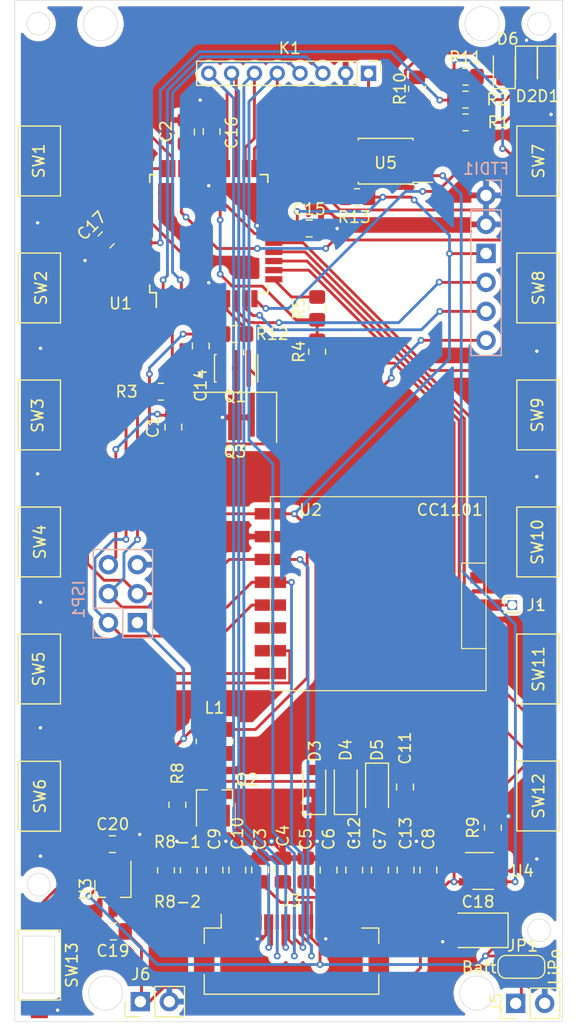
<source format=kicad_pcb>
(kicad_pcb (version 20171130) (host pcbnew "(5.1.9)-1")
  (layers (0 F.Cu signal) (31 B.Cu signal) (34 B.Paste user) (35 F.Paste user) (36 B.SilkS user) (37 F.SilkS user) (38 B.Mask user) (39 F.Mask user) (44 Edge.Cuts user))
  (net 0 "")
  (net 1 "Net-(D1-Pad2)")
  (net 2 GND)
  (net 3 "Net-(D2-Pad2)")
  (net 4 "Net-(C11-Pad2)")
  (net 5 "Net-(C11-Pad1)")
  (net 6 /PREVGH)
  (net 7 /PREVGL)
  (net 8 "Net-(D6-Pad2)")
  (net 9 "Net-(D6-Pad1)")
  (net 10 /DTR)
  (net 11 +3V0)
  (net 12 "Net-(C8-Pad1)")
  (net 13 "Net-(C7-Pad1)")
  (net 14 "Net-(C6-Pad1)")
  (net 15 "Net-(C5-Pad1)")
  (net 16 "Net-(C4-Pad1)")
  (net 17 /MOSI)
  (net 18 /SCK)
  (net 19 /GX_CS)
  (net 20 /GX_DC)
  (net 21 /GX_RST)
  (net 22 /GX_BSY)
  (net 23 "Net-(J3-Pad7)")
  (net 24 "Net-(J3-Pad6)")
  (net 25 "Net-(C10-Pad1)")
  (net 26 "Net-(C9-Pad1)")
  (net 27 /RESE)
  (net 28 /GDR)
  (net 29 "Net-(J3-Pad1)")
  (net 30 +BATT)
  (net 31 "Net-(Q1-Pad2)")
  (net 32 "Net-(Q1-Pad1)")
  (net 33 /A6)
  (net 34 /A5)
  (net 35 /A4)
  (net 36 /A2)
  (net 37 /A1)
  (net 38 /A0)
  (net 39 /C2)
  (net 40 /A7)
  (net 41 /D7)
  (net 42 /D6)
  (net 43 /D5)
  (net 44 /D4)
  (net 45 /CONF)
  (net 46 /CC1101_CS)
  (net 47 /LED2)
  (net 48 /LED)
  (net 49 /A3)
  (net 50 "Net-(C2-Pad1)")
  (net 51 /SDA)
  (net 52 /SCL)
  (net 53 /D3)
  (net 54 /CC1101_GDO0)
  (net 55 /TXD)
  (net 56 /RXD)
  (net 57 /RESET)
  (net 58 /MISO)
  (net 59 "Net-(U2-Pad6)")
  (net 60 "Net-(J1-Pad1)")
  (net 61 "Net-(R9-Pad1)")
  (net 62 "Net-(R10-Pad1)")
  (net 63 /B_CHARGING)
  (net 64 "Net-(R10-Pad2)")
  (net 65 /INT0)
  (net 66 "Net-(J5-Pad1)")
  (module Package_TO_SOT_SMD:SOT-23_Handsoldering (layer F.Cu) (at 104.85 139.3 90)
    (fp_text reference Q2 (at 1.65 2.85) (layer F.SilkS))
    (fp_text value IRLML6346TRBPF)
    (pad 3 smd rect (at 1.5 0 90) (size 1.9 0.8) (layers F.Cu F.Paste F.Mask) (net 5 "Net-(C11-Pad1)"))
    (pad 2 smd rect (at -1.5 0.95 90) (size 1.9 0.8) (layers F.Cu F.Paste F.Mask) (net 27 /RESE))
    (pad 1 smd rect (at -1.5 -0.95 90) (size 1.9 0.8) (layers F.Cu F.Paste F.Mask) (net 28 /GDR))
  )
  (module Package_TO_SOT_SMD:SOT-23_Handsoldering (layer F.Cu) (at 95.95 147.2 270)
    (fp_text reference U3 (at 0.05 2.4 270) (layer F.SilkS))
    (fp_text value "MCP 1700T-3002E")
    (pad 3 smd rect (at 1.5 0 270) (size 1.9 0.8) (layers F.Cu F.Paste F.Mask) (net 30 +BATT))
    (pad 2 smd rect (at -1.5 0.95 270) (size 1.9 0.8) (layers F.Cu F.Paste F.Mask) (net 11 +3V0))
    (pad 1 smd rect (at -1.5 -0.95 270) (size 1.9 0.8) (layers F.Cu F.Paste F.Mask) (net 2 GND))
  )
  (module Package_TO_SOT_SMD:SOT-23-5_HandSoldering (layer F.Cu) (at 128.4 145.65)
    (fp_text reference U4 (at 3.45 0 180) (layer F.SilkS))
    (fp_text value MCP73831T-2ACI/OT)
    (pad 5 smd rect (at 1.35 -0.95) (size 1.56 0.65) (layers F.Cu F.Paste F.Mask) (net 61 "Net-(R9-Pad1)"))
    (pad 4 smd rect (at 1.35 0.95) (size 1.56 0.65) (layers F.Cu F.Paste F.Mask) (net 8 "Net-(D6-Pad2)"))
    (pad 3 smd rect (at -1.35 0.95) (size 1.56 0.65) (layers F.Cu F.Paste F.Mask) (net 30 +BATT))
    (pad 2 smd rect (at -1.35 0) (size 1.56 0.65) (layers F.Cu F.Paste F.Mask) (net 2 GND))
    (pad 1 smd rect (at -1.35 -0.95) (size 1.56 0.65) (layers F.Cu F.Paste F.Mask) (net 62 "Net-(R10-Pad1)"))
  )
  (module Crystal:Resonator_SMD_muRata_SFECV-3Pin_6.9x2.9mm (layer F.Cu) (at 106.65 105.9 180)
    (fp_text reference Q3 (at 0 -3) (layer F.SilkS))
    (fp_text value CSTCC8)
    (pad 3 smd rect (at 2.85 0 180) (size 1.2 4) (layers F.Cu F.Paste F.Mask) (net 31 "Net-(Q1-Pad2)"))
    (pad 2 smd rect (at 0 0 180) (size 1.2 4) (layers F.Cu F.Paste F.Mask) (net 2 GND))
    (pad 1 smd rect (at -2.85 0 180) (size 1.2 4) (layers F.Cu F.Paste F.Mask) (net 32 "Net-(Q1-Pad1)"))
  )
  (module Connector_FFC-FPC:Hirose_FH12-24S-0.5SH_1x24-1MP_P0.50mm_Horizontal (layer F.Cu) (at 111.6 151.95)
    (fp_text reference J3 (at 0 -3.7) (layer F.SilkS))
    (fp_text value eInk)
    (pad 24 smd rect (at 5.75 -1.85) (size 0.3 1.3) (layers F.Cu F.Paste F.Mask) (net 12 "Net-(C8-Pad1)"))
    (pad 23 smd rect (at 5.25 -1.85) (size 0.3 1.3) (layers F.Cu F.Paste F.Mask) (net 7 /PREVGL))
    (pad 22 smd rect (at 4.75 -1.85) (size 0.3 1.3) (layers F.Cu F.Paste F.Mask) (net 13 "Net-(C7-Pad1)"))
    (pad 21 smd rect (at 4.25 -1.85) (size 0.3 1.3) (layers F.Cu F.Paste F.Mask) (net 6 /PREVGH))
    (pad 20 smd rect (at 3.75 -1.85) (size 0.3 1.3) (layers F.Cu F.Paste F.Mask) (net 14 "Net-(C6-Pad1)"))
    (pad 19 smd rect (at 3.25 -1.85) (size 0.3 1.3) (layers F.Cu F.Paste F.Mask) (net 15 "Net-(C5-Pad1)"))
    (pad 18 smd rect (at 2.75 -1.85) (size 0.3 1.3) (layers F.Cu F.Paste F.Mask) (net 16 "Net-(C4-Pad1)"))
    (pad 17 smd rect (at 2.25 -1.85) (size 0.3 1.3) (layers F.Cu F.Paste F.Mask) (net 2 GND))
    (pad 16 smd rect (at 1.75 -1.85) (size 0.3 1.3) (layers F.Cu F.Paste F.Mask) (net 11 +3V0))
    (pad 15 smd rect (at 1.25 -1.85) (size 0.3 1.3) (layers F.Cu F.Paste F.Mask) (net 11 +3V0))
    (pad 14 smd rect (at 0.75 -1.85) (size 0.3 1.3) (layers F.Cu F.Paste F.Mask) (net 17 /MOSI))
    (pad 13 smd rect (at 0.25 -1.85) (size 0.3 1.3) (layers F.Cu F.Paste F.Mask) (net 18 /SCK))
    (pad 12 smd rect (at -0.25 -1.85) (size 0.3 1.3) (layers F.Cu F.Paste F.Mask) (net 19 /GX_CS))
    (pad 11 smd rect (at -0.75 -1.85) (size 0.3 1.3) (layers F.Cu F.Paste F.Mask) (net 20 /GX_DC))
    (pad 10 smd rect (at -1.25 -1.85) (size 0.3 1.3) (layers F.Cu F.Paste F.Mask) (net 21 /GX_RST))
    (pad 9 smd rect (at -1.75 -1.85) (size 0.3 1.3) (layers F.Cu F.Paste F.Mask) (net 22 /GX_BSY))
    (pad 8 smd rect (at -2.25 -1.85) (size 0.3 1.3) (layers F.Cu F.Paste F.Mask) (net 2 GND))
    (pad 7 smd rect (at -2.75 -1.85) (size 0.3 1.3) (layers F.Cu F.Paste F.Mask) (net 23 "Net-(J3-Pad7)"))
    (pad 6 smd rect (at -3.25 -1.85) (size 0.3 1.3) (layers F.Cu F.Paste F.Mask) (net 24 "Net-(J3-Pad6)"))
    (pad 5 smd rect (at -3.75 -1.85) (size 0.3 1.3) (layers F.Cu F.Paste F.Mask) (net 25 "Net-(C10-Pad1)"))
    (pad 4 smd rect (at -4.25 -1.85) (size 0.3 1.3) (layers F.Cu F.Paste F.Mask) (net 26 "Net-(C9-Pad1)"))
    (pad 3 smd rect (at -4.75 -1.85) (size 0.3 1.3) (layers F.Cu F.Paste F.Mask) (net 27 /RESE))
    (pad 2 smd rect (at -5.25 -1.85) (size 0.3 1.3) (layers F.Cu F.Paste F.Mask) (net 28 /GDR))
    (pad 1 smd rect (at -5.75 -1.85) (size 0.3 1.3) (layers F.Cu F.Paste F.Mask) (net 29 "Net-(J3-Pad1)"))
    (pad MP smd rect (at -7.65 1.4) (size 1.8 4) (layers F.Cu F.Paste F.Mask))
    (pad MP smd rect (at 7.65 1.4) (size 1.8 4) (layers F.Cu F.Paste F.Mask))
  )
  (module Connector_PinHeader_2.54mm:PinHeader_1x06_P2.54mm_Vertical (layer B.Cu) (at 128.65 86.45 180)
    (fp_text reference FTDI1 (at 0 2.33) (layer B.SilkS) (effects (justify mirror)))
    (fp_text value FTDI)
    (pad 6 thru_hole oval (at 0 -12.7 180) (size 1.7 1.7) (drill 1) (layers *.Cu *.Mask) (net 10 /DTR))
    (pad 5 thru_hole oval (at 0 -10.16 180) (size 1.7 1.7) (drill 1) (layers *.Cu *.Mask) (net 55 /TXD))
    (pad 4 thru_hole oval (at 0 -7.62 180) (size 1.7 1.7) (drill 1) (layers *.Cu *.Mask) (net 56 /RXD))
    (pad 3 thru_hole rect (at 0 -5.08 180) (size 1.7 1.7) (drill 1) (layers *.Cu *.Mask) (net 11 +3V0))
    (pad 2 thru_hole oval (at 0 -2.54 180) (size 1.7 1.7) (drill 1) (layers *.Cu *.Mask) (net 2 GND))
    (pad 1 thru_hole oval (at 0 0 180) (size 1.7 1.7) (drill 1) (layers *.Cu *.Mask) (net 2 GND))
  )
  (module Resistor_SMD:R_0805_2012Metric_Pad1.20x1.40mm_HandSolder (layer F.Cu) (at 122.6 77.1 270)
    (fp_text reference R10 (at 0 1.5 90) (layer F.SilkS))
    (fp_text value 680)
    (pad 2 smd roundrect (at 1 0 270) (size 1.2 1.4) (layers F.Cu F.Paste F.Mask) (roundrect_rratio 0.2083325) (net 64 "Net-(R10-Pad2)"))
    (pad 1 smd roundrect (at -1 0 270) (size 1.2 1.4) (layers F.Cu F.Paste F.Mask) (roundrect_rratio 0.2083325) (net 62 "Net-(R10-Pad1)"))
  )
  (module Connector_PinHeader_2.00mm:PinHeader_1x08_P2.00mm_Vertical (layer F.Cu) (at 118.35 75.75 270)
    (fp_text reference K1 (at -2.2 6.9 180) (layer F.SilkS))
    (fp_text value ePaper)
    (pad 8 thru_hole oval (at 0 14 270) (size 1.35 1.35) (drill 0.8) (layers *.Cu *.Mask) (net 22 /GX_BSY))
    (pad 7 thru_hole oval (at 0 12 270) (size 1.35 1.35) (drill 0.8) (layers *.Cu *.Mask) (net 21 /GX_RST))
    (pad 6 thru_hole oval (at 0 10 270) (size 1.35 1.35) (drill 0.8) (layers *.Cu *.Mask) (net 20 /GX_DC))
    (pad 5 thru_hole oval (at 0 8 270) (size 1.35 1.35) (drill 0.8) (layers *.Cu *.Mask) (net 19 /GX_CS))
    (pad 4 thru_hole oval (at 0 6 270) (size 1.35 1.35) (drill 0.8) (layers *.Cu *.Mask) (net 18 /SCK))
    (pad 3 thru_hole oval (at 0 4 270) (size 1.35 1.35) (drill 0.8) (layers *.Cu *.Mask) (net 17 /MOSI))
    (pad 2 thru_hole oval (at 0 2 270) (size 1.35 1.35) (drill 0.8) (layers *.Cu *.Mask) (net 2 GND))
    (pad 1 thru_hole rect (at 0 0 270) (size 1.35 1.35) (drill 0.8) (layers *.Cu *.Mask) (net 11 +3V0))
  )
  (module Jumper:SolderJumper-3_P1.3mm_Open_RoundedPad1.0x1.5mm_NumberLabels (layer F.Cu) (at 131.75 154.05)
    (fp_text reference JP1 (at 0.1 -1.85) (layer F.SilkS))
    (fp_text value SolderJumper_3_Open)
    (fp_text user Batt (at -3.7 0.05 180) (layer F.SilkS))
    (fp_text user LiPo (at 2.9 0 90) (layer F.SilkS))
    (pad 2 smd rect (at 0 0) (size 1 1.5) (layers F.Cu F.Mask) (net 66 "Net-(J5-Pad1)"))
    (pad 3 smd custom (at 1.3 0) (size 1 0.5) (layers F.Cu F.Mask) (net 8 "Net-(D6-Pad2)") (options (clearance outline) (anchor rect)) (primitives (gr_circle (center 0 0.25) (end 0.5 0.25) (width 0)) (gr_circle (center 0 -0.25) (end 0.5 -0.25) (width 0)) (gr_poly (pts (xy -0.55 -0.75) (xy 0 -0.75) (xy 0 0.75) (xy -0.55 0.75)) (width 0))))
    (pad 1 smd custom (at -1.3 0) (size 1 0.5) (layers F.Cu F.Mask) (net 11 +3V0) (options (clearance outline) (anchor rect)) (primitives (gr_circle (center 0 0.25) (end 0.5 0.25) (width 0)) (gr_circle (center 0 -0.25) (end 0.5 -0.25) (width 0)) (gr_poly (pts (xy 0.55 -0.75) (xy 0 -0.75) (xy 0 0.75) (xy 0.55 0.75)) (width 0))))
  )
  (module Capacitor_SMD:C_0805_2012Metric_Pad1.18x1.45mm_HandSolder (layer F.Cu) (at 95.35 90.35 225)
    (fp_text reference C17 (at 0.023161 1.767767 45) (layer F.SilkS))
    (fp_text value 100n)
    (pad 2 smd roundrect (at 1.0375 0 225) (size 1.175 1.45) (layers F.Cu F.Paste F.Mask) (roundrect_rratio 0.213) (net 2 GND))
    (pad 1 smd roundrect (at -1.0375 0 225) (size 1.175 1.45) (layers F.Cu F.Paste F.Mask) (roundrect_rratio 0.2127659574468085) (net 11 +3V0))
  )
  (module Package_QFP:TQFP-44_10x10mm_P0.8mm (layer F.Cu) (at 104.35 89.8 90)
    (fp_text reference U1 (at -6.12132 -7.735028 180) (layer F.SilkS))
    (fp_text value ATmega1284P-AU)
    (pad 1 smd rect (at -5.7 -4 90) (size 1.5 0.55) (layers F.Cu F.Paste F.Mask) (net 17 /MOSI))
    (pad 2 smd rect (at -5.7 -3.2 90) (size 1.5 0.55) (layers F.Cu F.Paste F.Mask) (net 58 /MISO))
    (pad 3 smd rect (at -5.7 -2.4 90) (size 1.5 0.55) (layers F.Cu F.Paste F.Mask) (net 18 /SCK))
    (pad 4 smd rect (at -5.7 -1.6 90) (size 1.5 0.55) (layers F.Cu F.Paste F.Mask) (net 57 /RESET))
    (pad 5 smd rect (at -5.7 -0.8 90) (size 1.5 0.55) (layers F.Cu F.Paste F.Mask) (net 11 +3V0))
    (pad 6 smd rect (at -5.7 0 90) (size 1.5 0.55) (layers F.Cu F.Paste F.Mask) (net 2 GND))
    (pad 7 smd rect (at -5.7 0.8 90) (size 1.5 0.55) (layers F.Cu F.Paste F.Mask) (net 31 "Net-(Q1-Pad2)"))
    (pad 8 smd rect (at -5.7 1.6 90) (size 1.5 0.55) (layers F.Cu F.Paste F.Mask) (net 32 "Net-(Q1-Pad1)"))
    (pad 9 smd rect (at -5.7 2.4 90) (size 1.5 0.55) (layers F.Cu F.Paste F.Mask) (net 56 /RXD))
    (pad 10 smd rect (at -5.7 3.2 90) (size 1.5 0.55) (layers F.Cu F.Paste F.Mask) (net 55 /TXD))
    (pad 11 smd rect (at -5.7 4 90) (size 1.5 0.55) (layers F.Cu F.Paste F.Mask) (net 48 /LED))
    (pad 12 smd rect (at -4 5.7 180) (size 1.5 0.55) (layers F.Cu F.Paste F.Mask) (net 53 /D3))
    (pad 13 smd rect (at -3.2 5.7 180) (size 1.5 0.55) (layers F.Cu F.Paste F.Mask) (net 44 /D4))
    (pad 14 smd rect (at -2.4 5.7 180) (size 1.5 0.55) (layers F.Cu F.Paste F.Mask) (net 43 /D5))
    (pad 15 smd rect (at -1.6 5.7 180) (size 1.5 0.55) (layers F.Cu F.Paste F.Mask) (net 42 /D6))
    (pad 16 smd rect (at -0.8 5.7 180) (size 1.5 0.55) (layers F.Cu F.Paste F.Mask) (net 41 /D7))
    (pad 17 smd rect (at 0 5.7 180) (size 1.5 0.55) (layers F.Cu F.Paste F.Mask) (net 11 +3V0))
    (pad 18 smd rect (at 0.8 5.7 180) (size 1.5 0.55) (layers F.Cu F.Paste F.Mask) (net 2 GND))
    (pad 19 smd rect (at 1.6 5.7 180) (size 1.5 0.55) (layers F.Cu F.Paste F.Mask) (net 52 /SCL))
    (pad 20 smd rect (at 2.4 5.7 180) (size 1.5 0.55) (layers F.Cu F.Paste F.Mask) (net 51 /SDA))
    (pad 21 smd rect (at 3.2 5.7 180) (size 1.5 0.55) (layers F.Cu F.Paste F.Mask) (net 39 /C2))
    (pad 22 smd rect (at 4 5.7 180) (size 1.5 0.55) (layers F.Cu F.Paste F.Mask) (net 63 /B_CHARGING))
    (pad 23 smd rect (at 5.7 4 90) (size 1.5 0.55) (layers F.Cu F.Paste F.Mask) (net 19 /GX_CS))
    (pad 24 smd rect (at 5.7 3.2 90) (size 1.5 0.55) (layers F.Cu F.Paste F.Mask) (net 20 /GX_DC))
    (pad 25 smd rect (at 5.7 2.4 90) (size 1.5 0.55) (layers F.Cu F.Paste F.Mask) (net 21 /GX_RST))
    (pad 26 smd rect (at 5.7 1.6 90) (size 1.5 0.55) (layers F.Cu F.Paste F.Mask) (net 22 /GX_BSY))
    (pad 27 smd rect (at 5.7 0.8 90) (size 1.5 0.55) (layers F.Cu F.Paste F.Mask) (net 11 +3V0))
    (pad 28 smd rect (at 5.7 0 90) (size 1.5 0.55) (layers F.Cu F.Paste F.Mask) (net 2 GND))
    (pad 29 smd rect (at 5.7 -0.8 90) (size 1.5 0.55) (layers F.Cu F.Paste F.Mask) (net 50 "Net-(C2-Pad1)"))
    (pad 30 smd rect (at 5.7 -1.6 90) (size 1.5 0.55) (layers F.Cu F.Paste F.Mask) (net 40 /A7))
    (pad 31 smd rect (at 5.7 -2.4 90) (size 1.5 0.55) (layers F.Cu F.Paste F.Mask) (net 33 /A6))
    (pad 32 smd rect (at 5.7 -3.2 90) (size 1.5 0.55) (layers F.Cu F.Paste F.Mask) (net 34 /A5))
    (pad 33 smd rect (at 5.7 -4 90) (size 1.5 0.55) (layers F.Cu F.Paste F.Mask) (net 35 /A4))
    (pad 34 smd rect (at 4 -5.7 180) (size 1.5 0.55) (layers F.Cu F.Paste F.Mask) (net 49 /A3))
    (pad 35 smd rect (at 3.2 -5.7 180) (size 1.5 0.55) (layers F.Cu F.Paste F.Mask) (net 36 /A2))
    (pad 36 smd rect (at 2.4 -5.7 180) (size 1.5 0.55) (layers F.Cu F.Paste F.Mask) (net 37 /A1))
    (pad 37 smd rect (at 1.6 -5.7 180) (size 1.5 0.55) (layers F.Cu F.Paste F.Mask) (net 38 /A0))
    (pad 38 smd rect (at 0.8 -5.7 180) (size 1.5 0.55) (layers F.Cu F.Paste F.Mask) (net 11 +3V0))
    (pad 39 smd rect (at 0 -5.7 180) (size 1.5 0.55) (layers F.Cu F.Paste F.Mask) (net 2 GND))
    (pad 40 smd rect (at -0.8 -5.7 180) (size 1.5 0.55) (layers F.Cu F.Paste F.Mask) (net 47 /LED2))
    (pad 41 smd rect (at -1.6 -5.7 180) (size 1.5 0.55) (layers F.Cu F.Paste F.Mask) (net 45 /CONF))
    (pad 42 smd rect (at -2.4 -5.7 180) (size 1.5 0.55) (layers F.Cu F.Paste F.Mask) (net 54 /CC1101_GDO0))
    (pad 43 smd rect (at -3.2 -5.7 180) (size 1.5 0.55) (layers F.Cu F.Paste F.Mask) (net 65 /INT0))
    (pad 44 smd rect (at -4 -5.7 180) (size 1.5 0.55) (layers F.Cu F.Paste F.Mask) (net 46 /CC1101_CS))
  )
  (module Resistor_SMD:R_0805_2012Metric_Pad1.20x1.40mm_HandSolder (layer F.Cu) (at 101.6 139.85 90)
    (fp_text reference R8 (at 2.75 0 90) (layer F.SilkS))
    (fp_text value 100k)
    (pad 2 smd roundrect (at 1 0 90) (size 1.2 1.4) (layers F.Cu F.Paste F.Mask) (roundrect_rratio 0.2083325) (net 2 GND))
    (pad 1 smd roundrect (at -1 0 90) (size 1.2 1.4) (layers F.Cu F.Paste F.Mask) (roundrect_rratio 0.2083325) (net 28 /GDR))
  )
  (module Resistor_SMD:R_0805_2012Metric_Pad1.20x1.40mm_HandSolder (layer F.Cu) (at 100.6 145.6 90)
    (fp_text reference R8-2 (at -2.75 1 180) (layer F.SilkS))
    (fp_text value 1)
    (pad 2 smd roundrect (at 1 0 90) (size 1.2 1.4) (layers F.Cu F.Paste F.Mask) (roundrect_rratio 0.2083325) (net 2 GND))
    (pad 1 smd roundrect (at -1 0 90) (size 1.2 1.4) (layers F.Cu F.Paste F.Mask) (roundrect_rratio 0.2083325) (net 27 /RESE))
  )
  (module Capacitor_SMD:C_0805_2012Metric_Pad1.18x1.45mm_HandSolder (layer F.Cu) (at 110.85 145.5625 90)
    (fp_text reference C4 (at 3 0 90) (layer F.SilkS))
    (fp_text value 1µF/25V)
    (pad 2 smd roundrect (at 1.0375 0 90) (size 1.175 1.45) (layers F.Cu F.Paste F.Mask) (roundrect_rratio 0.2127659574468085) (net 2 GND))
    (pad 1 smd roundrect (at -1.0375 0 90) (size 1.175 1.45) (layers F.Cu F.Paste F.Mask) (roundrect_rratio 0.2127659574468085) (net 16 "Net-(C4-Pad1)"))
  )
  (module Diode_SMD:D_SOD-123 (layer F.Cu) (at 119.1 138.45 270)
    (fp_text reference D5 (at -3.4 0 90) (layer F.SilkS))
    (fp_text value MBR0530)
    (pad 2 smd rect (at 1.65 0 270) (size 0.9 1.2) (layers F.Cu F.Paste F.Mask) (net 7 /PREVGL))
    (pad 1 smd rect (at -1.65 0 270) (size 0.9 1.2) (layers F.Cu F.Paste F.Mask) (net 4 "Net-(C11-Pad2)"))
  )
  (module Diode_SMD:D_SOD-123 (layer F.Cu) (at 116.35 138.45 90)
    (fp_text reference D4 (at 3.4 0 90) (layer F.SilkS))
    (fp_text value MBR0530)
    (pad 2 smd rect (at 1.65 0 90) (size 0.9 1.2) (layers F.Cu F.Paste F.Mask) (net 5 "Net-(C11-Pad1)"))
    (pad 1 smd rect (at -1.65 0 90) (size 0.9 1.2) (layers F.Cu F.Paste F.Mask) (net 6 /PREVGH))
  )
  (module Resistor_SMD:R_0805_2012Metric_Pad1.20x1.40mm_HandSolder (layer F.Cu) (at 106.65 98.6 180)
    (fp_text reference R12 (at -3.25 0) (layer F.SilkS))
    (fp_text value 1M)
    (pad 2 smd roundrect (at 1 0 180) (size 1.2 1.4) (layers F.Cu F.Paste F.Mask) (roundrect_rratio 0.2083325) (net 31 "Net-(Q1-Pad2)"))
    (pad 1 smd roundrect (at -1 0 180) (size 1.2 1.4) (layers F.Cu F.Paste F.Mask) (roundrect_rratio 0.2083325) (net 32 "Net-(Q1-Pad1)"))
  )
  (module Package_SO:SO-4_4.4x3.6mm_P2.54mm (layer F.Cu) (at 119.85 83.45 180)
    (fp_text reference U5 (at 0 -0.15) (layer F.SilkS))
    (fp_text value PC357)
    (pad 4 smd rect (at 3.15 -1.27 180) (size 2 0.64) (layers F.Cu F.Paste F.Mask) (net 63 /B_CHARGING))
    (pad 3 smd rect (at 3.15 1.27 180) (size 2 0.64) (layers F.Cu F.Paste F.Mask) (net 2 GND))
    (pad 2 smd rect (at -3.15 1.27 180) (size 2 0.64) (layers F.Cu F.Paste F.Mask) (net 64 "Net-(R10-Pad2)"))
    (pad 1 smd rect (at -3.15 -1.27 180) (size 2 0.64) (layers F.Cu F.Paste F.Mask) (net 8 "Net-(D6-Pad2)"))
  )
  (module CC1101_module:CC1101_SMD (layer F.Cu) (at 109.75 114.35)
    (fp_text reference U2 (at 3.533 -0.342) (layer F.SilkS))
    (fp_text value CC1101 (at 15.725 -0.342) (layer F.SilkS))
    (pad 8 smd rect (at 0 14) (size 2.75 1) (layers F.Cu F.Paste F.Mask) (net 46 /CC1101_CS))
    (pad 7 smd rect (at 0 12) (size 2.75 1) (layers F.Cu F.Paste F.Mask) (net 54 /CC1101_GDO0))
    (pad 6 smd rect (at 0 10) (size 2.75 1) (layers F.Cu F.Paste F.Mask) (net 59 "Net-(U2-Pad6)"))
    (pad 11 smd rect (at 18.9 10.5) (size 2.75 1) (layers F.Cu F.Paste F.Mask) (net 2 GND))
    (pad 5 smd rect (at 0 8) (size 2.75 1) (layers F.Cu F.Paste F.Mask) (net 58 /MISO))
    (pad 9 smd rect (at 18.9 8) (size 2.75 1) (layers F.Cu F.Paste F.Mask) (net 60 "Net-(J1-Pad1)"))
    (pad 4 smd rect (at 0 6) (size 2.75 1) (layers F.Cu F.Paste F.Mask) (net 18 /SCK))
    (pad 10 smd rect (at 18.9 5.6) (size 2.75 1) (layers F.Cu F.Paste F.Mask) (net 2 GND))
    (pad 3 smd rect (at 0 4) (size 2.75 1) (layers F.Cu F.Paste F.Mask) (net 17 /MOSI))
    (pad 2 smd rect (at 0 2) (size 2.75 1) (layers F.Cu F.Paste F.Mask) (net 2 GND))
    (pad 1 smd rect (at 0 0) (size 2.75 1) (layers F.Cu F.Paste F.Mask) (net 11 +3V0))
  )
  (module Button_Switch_SMD:SW_SPST_CK_RS282G05A3 (layer F.Cu) (at 89.5 153.9 90)
    (fp_text reference SW13 (at 0 2.85 90) (layer F.SilkS))
    (fp_text value SW_Push)
    (pad 2 smd rect (at 3.9 0 90) (size 1.5 1.5) (layers F.Cu F.Paste F.Mask) (net 45 /CONF))
    (pad 1 smd rect (at -3.9 0 90) (size 1.5 1.5) (layers F.Cu F.Paste F.Mask) (net 2 GND))
  )
  (module Button_Switch_SMD:SW_SPST_CK_RS282G05A3 (layer F.Cu) (at 133.2 139.08 90)
    (fp_text reference SW12 (at 0 0.05 90) (layer F.SilkS))
    (fp_text value SW_Push)
    (pad 2 smd rect (at 3.9 0 90) (size 1.5 1.5) (layers F.Cu F.Paste F.Mask) (net 44 /D4))
    (pad 1 smd rect (at -3.9 0 90) (size 1.5 1.5) (layers F.Cu F.Paste F.Mask) (net 2 GND))
  )
  (module Button_Switch_SMD:SW_SPST_CK_RS282G05A3 (layer F.Cu) (at 133.2 127.95 270)
    (fp_text reference SW11 (at 0 -0.05 90) (layer F.SilkS))
    (fp_text value SW_Push)
    (pad 2 smd rect (at 3.9 0 270) (size 1.5 1.5) (layers F.Cu F.Paste F.Mask) (net 43 /D5))
    (pad 1 smd rect (at -3.9 0 270) (size 1.5 1.5) (layers F.Cu F.Paste F.Mask) (net 2 GND))
  )
  (module Button_Switch_SMD:SW_SPST_CK_RS282G05A3 (layer F.Cu) (at 133.2 116.82 90)
    (fp_text reference SW10 (at 0 -0.05 90) (layer F.SilkS))
    (fp_text value SW_Push)
    (pad 2 smd rect (at 3.9 0 90) (size 1.5 1.5) (layers F.Cu F.Paste F.Mask) (net 42 /D6))
    (pad 1 smd rect (at -3.9 0 90) (size 1.5 1.5) (layers F.Cu F.Paste F.Mask) (net 2 GND))
  )
  (module Button_Switch_SMD:SW_SPST_CK_RS282G05A3 (layer F.Cu) (at 133.2 105.69 90)
    (fp_text reference SW9 (at 0 -0.05 90) (layer F.SilkS))
    (fp_text value SW_Push)
    (pad 2 smd rect (at 3.9 0 90) (size 1.5 1.5) (layers F.Cu F.Paste F.Mask) (net 41 /D7))
    (pad 1 smd rect (at -3.9 0 90) (size 1.5 1.5) (layers F.Cu F.Paste F.Mask) (net 2 GND))
  )
  (module Button_Switch_SMD:SW_SPST_CK_RS282G05A3 (layer F.Cu) (at 133.2 94.56 90)
    (fp_text reference SW8 (at 0.01 0.05 90) (layer F.SilkS))
    (fp_text value SW_Push)
    (pad 2 smd rect (at 3.9 0 90) (size 1.5 1.5) (layers F.Cu F.Paste F.Mask) (net 33 /A6))
    (pad 1 smd rect (at -3.9 0 90) (size 1.5 1.5) (layers F.Cu F.Paste F.Mask) (net 2 GND))
  )
  (module Button_Switch_SMD:SW_SPST_CK_RS282G05A3 (layer F.Cu) (at 133.2 83.43 270)
    (fp_text reference SW7 (at 0.02 -0.05 90) (layer F.SilkS))
    (fp_text value SW_Push)
    (pad 2 smd rect (at 3.9 0 270) (size 1.5 1.5) (layers F.Cu F.Paste F.Mask) (net 39 /C2))
    (pad 1 smd rect (at -3.9 0 270) (size 1.5 1.5) (layers F.Cu F.Paste F.Mask) (net 2 GND))
  )
  (module Button_Switch_SMD:SW_SPST_CK_RS282G05A3 (layer F.Cu) (at 89.5 139.1 90)
    (fp_text reference SW6 (at 0 0.05 90) (layer F.SilkS))
    (fp_text value SW_Push)
    (pad 2 smd rect (at 3.9 0 90) (size 1.5 1.5) (layers F.Cu F.Paste F.Mask) (net 38 /A0))
    (pad 1 smd rect (at -3.9 0 90) (size 1.5 1.5) (layers F.Cu F.Paste F.Mask) (net 2 GND))
  )
  (module Button_Switch_SMD:SW_SPST_CK_RS282G05A3 (layer F.Cu) (at 89.5 127.95 90)
    (fp_text reference SW5 (at 0 -0.05 90) (layer F.SilkS))
    (fp_text value SW_Push)
    (pad 2 smd rect (at 3.9 0 90) (size 1.5 1.5) (layers F.Cu F.Paste F.Mask) (net 37 /A1))
    (pad 1 smd rect (at -3.9 0 90) (size 1.5 1.5) (layers F.Cu F.Paste F.Mask) (net 2 GND))
  )
  (module Button_Switch_SMD:SW_SPST_CK_RS282G05A3 (layer F.Cu) (at 89.5 116.82 90)
    (fp_text reference SW4 (at 0 0.05 90) (layer F.SilkS))
    (fp_text value SW_Push)
    (pad 2 smd rect (at 3.9 0 90) (size 1.5 1.5) (layers F.Cu F.Paste F.Mask) (net 36 /A2))
    (pad 1 smd rect (at -3.9 0 90) (size 1.5 1.5) (layers F.Cu F.Paste F.Mask) (net 2 GND))
  )
  (module Button_Switch_SMD:SW_SPST_CK_RS282G05A3 (layer F.Cu) (at 89.5 105.69 90)
    (fp_text reference SW3 (at -0.04 -0.15 90) (layer F.SilkS))
    (fp_text value SW_Push)
    (pad 2 smd rect (at 3.9 0 90) (size 1.5 1.5) (layers F.Cu F.Paste F.Mask) (net 49 /A3))
    (pad 1 smd rect (at -3.9 0 90) (size 1.5 1.5) (layers F.Cu F.Paste F.Mask) (net 2 GND))
  )
  (module Button_Switch_SMD:SW_SPST_CK_RS282G05A3 (layer F.Cu) (at 89.5 94.56 90)
    (fp_text reference SW2 (at 0 0.15 90) (layer F.SilkS))
    (fp_text value SW_Push)
    (pad 2 smd rect (at 3.9 0 90) (size 1.5 1.5) (layers F.Cu F.Paste F.Mask) (net 35 /A4))
    (pad 1 smd rect (at -3.9 0 90) (size 1.5 1.5) (layers F.Cu F.Paste F.Mask) (net 2 GND))
  )
  (module Button_Switch_SMD:SW_SPST_CK_RS282G05A3 (layer F.Cu) (at 89.5 83.43 90)
    (fp_text reference SW1 (at 0 -0.05 90) (layer F.SilkS))
    (fp_text value SW_Push)
    (pad 2 smd rect (at 3.9 0 90) (size 1.5 1.5) (layers F.Cu F.Paste F.Mask) (net 34 /A5))
    (pad 1 smd rect (at -3.9 0 90) (size 1.5 1.5) (layers F.Cu F.Paste F.Mask) (net 2 GND))
  )
  (module Resistor_SMD:R_0805_2012Metric_Pad1.20x1.40mm_HandSolder (layer F.Cu) (at 102.6 145.6 90)
    (fp_text reference R8-1 (at 2.5 -1 180) (layer F.SilkS))
    (fp_text value 1)
    (pad 2 smd roundrect (at 1 0 90) (size 1.2 1.4) (layers F.Cu F.Paste F.Mask) (roundrect_rratio 0.2083325) (net 2 GND))
    (pad 1 smd roundrect (at -1 0 90) (size 1.2 1.4) (layers F.Cu F.Paste F.Mask) (roundrect_rratio 0.2083325) (net 27 /RESE))
  )
  (module Resistor_SMD:R_0805_2012Metric_Pad1.20x1.40mm_HandSolder (layer F.Cu) (at 117.35 86.6 180)
    (fp_text reference R13 (at 0.25 -1.75) (layer F.SilkS))
    (fp_text value 100k)
    (pad 2 smd roundrect (at 1 0 180) (size 1.2 1.4) (layers F.Cu F.Paste F.Mask) (roundrect_rratio 0.2083325) (net 63 /B_CHARGING))
    (pad 1 smd roundrect (at -1 0 180) (size 1.2 1.4) (layers F.Cu F.Paste F.Mask) (roundrect_rratio 0.2083325) (net 11 +3V0))
  )
  (module Resistor_SMD:R_0805_2012Metric_Pad1.20x1.40mm_HandSolder (layer F.Cu) (at 126.85 76.05)
    (fp_text reference R11 (at 0 -1.7) (layer F.SilkS))
    (fp_text value 1k)
    (pad 2 smd roundrect (at 1 0) (size 1.2 1.4) (layers F.Cu F.Paste F.Mask) (roundrect_rratio 0.2083325) (net 9 "Net-(D6-Pad1)"))
    (pad 1 smd roundrect (at -1 0) (size 1.2 1.4) (layers F.Cu F.Paste F.Mask) (roundrect_rratio 0.2083325) (net 62 "Net-(R10-Pad1)"))
  )
  (module Resistor_SMD:R_0805_2012Metric_Pad1.20x1.40mm_HandSolder (layer F.Cu) (at 129.25 141.85 90)
    (fp_text reference R9 (at 0 -1.75 90) (layer F.SilkS))
    (fp_text value 4k7)
    (pad 2 smd roundrect (at 1 0 90) (size 1.2 1.4) (layers F.Cu F.Paste F.Mask) (roundrect_rratio 0.2083325) (net 2 GND))
    (pad 1 smd roundrect (at -1 0 90) (size 1.2 1.4) (layers F.Cu F.Paste F.Mask) (roundrect_rratio 0.2083325) (net 61 "Net-(R9-Pad1)"))
  )
  (module Resistor_SMD:R_0805_2012Metric_Pad1.20x1.40mm_HandSolder (layer F.Cu) (at 113.85 96.35 90)
    (fp_text reference R5 (at 0 -1.6 90) (layer F.SilkS))
    (fp_text value 100k)
    (pad 2 smd roundrect (at 1 0 90) (size 1.2 1.4) (layers F.Cu F.Paste F.Mask) (roundrect_rratio 0.2083325) (net 53 /D3))
    (pad 1 smd roundrect (at -1 0 90) (size 1.2 1.4) (layers F.Cu F.Paste F.Mask) (roundrect_rratio 0.2083325) (net 40 /A7))
  )
  (module Resistor_SMD:R_0805_2012Metric_Pad1.20x1.40mm_HandSolder (layer F.Cu) (at 113.85 100.15 90)
    (fp_text reference R4 (at 0 -1.6 90) (layer F.SilkS))
    (fp_text value 470k)
    (pad 2 smd roundrect (at 1 0 90) (size 1.2 1.4) (layers F.Cu F.Paste F.Mask) (roundrect_rratio 0.2083325) (net 40 /A7))
    (pad 1 smd roundrect (at -1 0 90) (size 1.2 1.4) (layers F.Cu F.Paste F.Mask) (roundrect_rratio 0.2083325) (net 30 +BATT))
  )
  (module Resistor_SMD:R_0805_2012Metric_Pad1.20x1.40mm_HandSolder (layer F.Cu) (at 100.15 103.65)
    (fp_text reference R3 (at -3 0) (layer F.SilkS))
    (fp_text value 10k)
    (pad 2 smd roundrect (at 1 0) (size 1.2 1.4) (layers F.Cu F.Paste F.Mask) (roundrect_rratio 0.2083325) (net 57 /RESET))
    (pad 1 smd roundrect (at -1 0) (size 1.2 1.4) (layers F.Cu F.Paste F.Mask) (roundrect_rratio 0.2083325) (net 11 +3V0))
  )
  (module Resistor_SMD:R_0805_2012Metric_Pad1.20x1.40mm_HandSolder (layer F.Cu) (at 126.85 78.05)
    (fp_text reference R2 (at 2.8 0) (layer F.SilkS))
    (fp_text value 1,5k)
    (pad 2 smd roundrect (at 1 0) (size 1.2 1.4) (layers F.Cu F.Paste F.Mask) (roundrect_rratio 0.2083325) (net 3 "Net-(D2-Pad2)"))
    (pad 1 smd roundrect (at -1 0) (size 1.2 1.4) (layers F.Cu F.Paste F.Mask) (roundrect_rratio 0.2083325) (net 47 /LED2))
  )
  (module Resistor_SMD:R_0805_2012Metric_Pad1.20x1.40mm_HandSolder (layer F.Cu) (at 126.85 80.05)
    (fp_text reference R1 (at 2.9 0) (layer F.SilkS))
    (fp_text value 1,5k)
    (pad 2 smd roundrect (at 1 0) (size 1.2 1.4) (layers F.Cu F.Paste F.Mask) (roundrect_rratio 0.2083325) (net 1 "Net-(D1-Pad2)"))
    (pad 1 smd roundrect (at -1 0) (size 1.2 1.4) (layers F.Cu F.Paste F.Mask) (roundrect_rratio 0.2083325) (net 48 /LED))
  )
  (module Crystal:Resonator_SMD_muRata_CSTxExxV-3Pin_3.0x1.1mm_HandSoldering (layer F.Cu) (at 106.65 101.6 180)
    (fp_text reference Q1 (at 0 -2.45) (layer F.SilkS))
    (fp_text value CSTCE8)
    (pad 3 smd rect (at 1.2 0 180) (size 0.4 3.2) (layers F.Cu F.Paste F.Mask) (net 31 "Net-(Q1-Pad2)"))
    (pad 2 smd rect (at 0 0 180) (size 0.4 3.2) (layers F.Cu F.Paste F.Mask) (net 2 GND))
    (pad 1 smd rect (at -1.2 0 180) (size 0.4 3.2) (layers F.Cu F.Paste F.Mask) (net 32 "Net-(Q1-Pad1)"))
  )
  (module Inductor_SMD:L_Wuerth_MAPI-3012 (layer F.Cu) (at 104.85 134.3 270)
    (fp_text reference L1 (at -2.95 0) (layer F.SilkS))
    (fp_text value 68µH)
    (pad 2 smd rect (at 1.05 0 270) (size 1.3 3.4) (layers F.Cu F.Paste F.Mask) (net 5 "Net-(C11-Pad1)"))
    (pad 1 smd rect (at -1.05 0 270) (size 1.3 3.4) (layers F.Cu F.Paste F.Mask) (net 11 +3V0))
  )
  (module Connector_PinHeader_2.54mm:PinHeader_1x02_P2.54mm_Vertical (layer F.Cu) (at 98.35 157.1 90)
    (fp_text reference J6 (at 2.4 0.05 180) (layer F.SilkS))
    (fp_text value Batt)
    (pad 2 thru_hole oval (at 0 2.54 90) (size 1.7 1.7) (drill 1) (layers *.Cu *.Mask) (net 2 GND))
    (pad 1 thru_hole rect (at 0 0 90) (size 1.7 1.7) (drill 1) (layers *.Cu *.Mask) (net 30 +BATT))
  )
  (module Connector_PinHeader_2.54mm:PinHeader_1x02_P2.54mm_Vertical (layer F.Cu) (at 131.25 157.25 90)
    (fp_text reference J5 (at 0.05 -1.7 90) (layer F.SilkS))
    (fp_text value Power)
    (pad 2 thru_hole oval (at 0 2.54 90) (size 1.7 1.7) (drill 1) (layers *.Cu *.Mask) (net 2 GND))
    (pad 1 thru_hole rect (at 0 0 90) (size 1.7 1.7) (drill 1) (layers *.Cu *.Mask) (net 66 "Net-(J5-Pad1)"))
  )
  (module Connector_PinHeader_1.00mm:PinHeader_1x01_P1.00mm_Vertical (layer F.Cu) (at 130.95 122.35)
    (fp_text reference J1 (at 2.1 0) (layer F.SilkS))
    (fp_text value Ant)
    (pad 1 thru_hole rect (at 0 0) (size 0.85 0.85) (drill 0.75) (layers *.Cu *.Mask) (net 60 "Net-(J1-Pad1)"))
  )
  (module Connector_PinHeader_2.54mm:PinHeader_2x03_P2.54mm_Vertical (layer B.Cu) (at 95.55 123.89)
    (fp_text reference ISP1 (at -2.6 -2.04 90) (layer B.SilkS) (effects (justify mirror)))
    (fp_text value ISP)
    (pad 6 thru_hole oval (at 2.54 -5.08) (size 1.7 1.7) (drill 1) (layers *.Cu *.Mask) (net 2 GND))
    (pad 5 thru_hole oval (at 0 -5.08) (size 1.7 1.7) (drill 1) (layers *.Cu *.Mask) (net 57 /RESET))
    (pad 4 thru_hole oval (at 2.54 -2.54) (size 1.7 1.7) (drill 1) (layers *.Cu *.Mask) (net 17 /MOSI))
    (pad 3 thru_hole oval (at 0 -2.54) (size 1.7 1.7) (drill 1) (layers *.Cu *.Mask) (net 18 /SCK))
    (pad 2 thru_hole rect (at 2.54 0) (size 1.7 1.7) (drill 1) (layers *.Cu *.Mask) (net 11 +3V0))
    (pad 1 thru_hole oval (at 0 0) (size 1.7 1.7) (drill 1) (layers *.Cu *.Mask) (net 58 /MISO))
  )
  (module LED_SMD:LED_0805_2012Metric_Pad1.15x1.40mm_HandSolder (layer F.Cu) (at 130.25 75.225 90)
    (fp_text reference D6 (at 2.5 0.3 180) (layer F.SilkS))
    (fp_text value "LED wt")
    (pad 2 smd roundrect (at 1.025 0 90) (size 1.15 1.4) (layers F.Cu F.Paste F.Mask) (roundrect_rratio 0.2173904347826087) (net 8 "Net-(D6-Pad2)"))
    (pad 1 smd roundrect (at -1.025 0 90) (size 1.15 1.4) (layers F.Cu F.Paste F.Mask) (roundrect_rratio 0.2173904347826087) (net 9 "Net-(D6-Pad1)"))
  )
  (module Diode_SMD:D_SOD-123 (layer F.Cu) (at 113.6 138.45 90)
    (fp_text reference D3 (at 3.3 0.05 90) (layer F.SilkS))
    (fp_text value MBR0530)
    (pad 2 smd rect (at 1.65 0 90) (size 0.9 1.2) (layers F.Cu F.Paste F.Mask) (net 4 "Net-(C11-Pad2)"))
    (pad 1 smd rect (at -1.65 0 90) (size 0.9 1.2) (layers F.Cu F.Paste F.Mask) (net 2 GND))
  )
  (module LED_SMD:LED_0805_2012Metric_Pad1.15x1.40mm_HandSolder (layer F.Cu) (at 132.2 75.225 270)
    (fp_text reference D2 (at 2.525 0 180) (layer F.SilkS))
    (fp_text value gn)
    (pad 1 smd roundrect (at -1.025 0 270) (size 1.15 1.4) (layers F.Cu F.Paste F.Mask) (roundrect_rratio 0.2173904347826087) (net 2 GND))
    (pad 2 smd roundrect (at 1.025 0 270) (size 1.15 1.4) (layers F.Cu F.Paste F.Mask) (roundrect_rratio 0.2173904347826087) (net 3 "Net-(D2-Pad2)"))
  )
  (module LED_SMD:LED_0805_2012Metric_Pad1.15x1.40mm_HandSolder (layer F.Cu) (at 134.1 75.225 270)
    (fp_text reference D1 (at 2.525 0 180) (layer F.SilkS))
    (fp_text value "LED rt")
    (pad 1 smd roundrect (at -1.025 0 270) (size 1.15 1.4) (layers F.Cu F.Paste F.Mask) (roundrect_rratio 0.2173904347826087) (net 2 GND))
    (pad 2 smd roundrect (at 1.025 0 270) (size 1.15 1.4) (layers F.Cu F.Paste F.Mask) (roundrect_rratio 0.2173904347826087) (net 1 "Net-(D1-Pad2)"))
  )
  (module Capacitor_SMD:C_0805_2012Metric_Pad1.18x1.45mm_HandSolder (layer F.Cu) (at 95.9 143.3)
    (fp_text reference C20 (at 0.0375 -1.75) (layer F.SilkS))
    (fp_text value 10/10)
    (pad 2 smd roundrect (at 1.0375 0) (size 1.175 1.45) (layers F.Cu F.Paste F.Mask) (roundrect_rratio 0.2127659574468085) (net 2 GND))
    (pad 1 smd roundrect (at -1.0375 0) (size 1.175 1.45) (layers F.Cu F.Paste F.Mask) (roundrect_rratio 0.2127659574468085) (net 11 +3V0))
  )
  (module Capacitor_SMD:C_0805_2012Metric_Pad1.18x1.45mm_HandSolder (layer F.Cu) (at 95.9875 150.95 180)
    (fp_text reference C19 (at 0.0375 -1.7 180) (layer F.SilkS))
    (fp_text value 10/10)
    (pad 2 smd roundrect (at 1.0375 0 180) (size 1.175 1.45) (layers F.Cu F.Paste F.Mask) (roundrect_rratio 0.2127659574468085) (net 2 GND))
    (pad 1 smd roundrect (at -1.0375 0 180) (size 1.175 1.45) (layers F.Cu F.Paste F.Mask) (roundrect_rratio 0.2127659574468085) (net 30 +BATT))
  )
  (module Capacitor_Tantalum_SMD:CP_EIA-3528-21_Kemet-B_Pad1.50x2.35mm_HandSolder (layer F.Cu) (at 127.95 150.85 180)
    (fp_text reference C18 (at 0 2.5) (layer F.SilkS))
    (fp_text value 100µ/10V)
    (pad 2 smd roundrect (at 1.625 0 180) (size 1.5 2.35) (layers F.Cu F.Paste F.Mask) (roundrect_rratio 0.1666666666666667) (net 2 GND))
    (pad 1 smd roundrect (at -1.625 0 180) (size 1.5 2.35) (layers F.Cu F.Paste F.Mask) (roundrect_rratio 0.1666666666666667) (net 11 +3V0))
  )
  (module Capacitor_SMD:C_0805_2012Metric_Pad1.18x1.45mm_HandSolder (layer F.Cu) (at 104.6 80.85 90)
    (fp_text reference C16 (at -0.1 1.75 270) (layer F.SilkS))
    (fp_text value 100n)
    (pad 2 smd roundrect (at 1.0375 0 90) (size 1.175 1.45) (layers F.Cu F.Paste F.Mask) (roundrect_rratio 0.2127659574468085) (net 2 GND))
    (pad 1 smd roundrect (at -1.0375 0 90) (size 1.175 1.45) (layers F.Cu F.Paste F.Mask) (roundrect_rratio 0.2127659574468085) (net 11 +3V0))
  )
  (module Capacitor_SMD:C_0805_2012Metric_Pad1.18x1.45mm_HandSolder (layer F.Cu) (at 113.15 89.35)
    (fp_text reference C15 (at 0 -1.7) (layer F.SilkS))
    (fp_text value 100n)
    (pad 2 smd roundrect (at 1.0375 0) (size 1.175 1.45) (layers F.Cu F.Paste F.Mask) (roundrect_rratio 0.2127659574468085) (net 2 GND))
    (pad 1 smd roundrect (at -1.0375 0) (size 1.175 1.45) (layers F.Cu F.Paste F.Mask) (roundrect_rratio 0.2127659574468085) (net 11 +3V0))
  )
  (module Capacitor_SMD:C_0805_2012Metric_Pad1.18x1.45mm_HandSolder (layer F.Cu) (at 103.65 99.6375 270)
    (fp_text reference C14 (at 3.4625 0 90) (layer F.SilkS))
    (fp_text value 100n)
    (pad 2 smd roundrect (at 1.0375 0 270) (size 1.175 1.45) (layers F.Cu F.Paste F.Mask) (roundrect_rratio 0.2127659574468085) (net 2 GND))
    (pad 1 smd roundrect (at -1.0375 0 270) (size 1.175 1.45) (layers F.Cu F.Paste F.Mask) (roundrect_rratio 0.2127659574468085) (net 11 +3V0))
  )
  (module Capacitor_SMD:C_0805_2012Metric_Pad1.18x1.45mm_HandSolder (layer F.Cu) (at 121.6 145.5625 270)
    (fp_text reference C13 (at -3.2125 0 90) (layer F.SilkS))
    (fp_text value 1µF/50V)
    (pad 2 smd roundrect (at 1.0375 0 270) (size 1.175 1.45) (layers F.Cu F.Paste F.Mask) (roundrect_rratio 0.2127659574468085) (net 7 /PREVGL))
    (pad 1 smd roundrect (at -1.0375 0 270) (size 1.175 1.45) (layers F.Cu F.Paste F.Mask) (roundrect_rratio 0.2127659574468085) (net 2 GND))
  )
  (module Capacitor_SMD:C_0805_2012Metric_Pad1.18x1.45mm_HandSolder (layer F.Cu) (at 117.1 145.5625 90)
    (fp_text reference C12 (at 3.2125 0 90) (layer F.SilkS))
    (fp_text value 1µF/50V)
    (pad 2 smd roundrect (at 1.0375 0 90) (size 1.175 1.45) (layers F.Cu F.Paste F.Mask) (roundrect_rratio 0.2127659574468085) (net 2 GND))
    (pad 1 smd roundrect (at -1.0375 0 90) (size 1.175 1.45) (layers F.Cu F.Paste F.Mask) (roundrect_rratio 0.2127659574468085) (net 6 /PREVGH))
  )
  (module Capacitor_SMD:C_0805_2012Metric_Pad1.18x1.45mm_HandSolder (layer F.Cu) (at 121.55 138.2875 90)
    (fp_text reference C11 (at 3.4 0 270) (layer F.SilkS))
    (fp_text value 1µF/50V)
    (pad 2 smd roundrect (at 1.0375 0 90) (size 1.175 1.45) (layers F.Cu F.Paste F.Mask) (roundrect_rratio 0.2127659574468085) (net 4 "Net-(C11-Pad2)"))
    (pad 1 smd roundrect (at -1.0375 0 90) (size 1.175 1.45) (layers F.Cu F.Paste F.Mask) (roundrect_rratio 0.2127659574468085) (net 5 "Net-(C11-Pad1)"))
  )
  (module Capacitor_SMD:C_0805_2012Metric_Pad1.18x1.45mm_HandSolder (layer F.Cu) (at 106.85 145.5625 90)
    (fp_text reference C10 (at 3.2125 0 90) (layer F.SilkS))
    (fp_text value 1µF/50V)
    (pad 2 smd roundrect (at 1.0375 0 90) (size 1.175 1.45) (layers F.Cu F.Paste F.Mask) (roundrect_rratio 0.2127659574468085) (net 2 GND))
    (pad 1 smd roundrect (at -1.0375 0 90) (size 1.175 1.45) (layers F.Cu F.Paste F.Mask) (roundrect_rratio 0.2127659574468085) (net 25 "Net-(C10-Pad1)"))
  )
  (module Capacitor_SMD:C_0805_2012Metric_Pad1.18x1.45mm_HandSolder (layer F.Cu) (at 104.85 145.5625 90)
    (fp_text reference C9 (at 2.7125 0 90) (layer F.SilkS))
    (fp_text value 1µF/50V)
    (pad 2 smd roundrect (at 1.0375 0 90) (size 1.175 1.45) (layers F.Cu F.Paste F.Mask) (roundrect_rratio 0.2127659574468085) (net 2 GND))
    (pad 1 smd roundrect (at -1.0375 0 90) (size 1.175 1.45) (layers F.Cu F.Paste F.Mask) (roundrect_rratio 0.2127659574468085) (net 26 "Net-(C9-Pad1)"))
  )
  (module Capacitor_SMD:C_0805_2012Metric_Pad1.18x1.45mm_HandSolder (layer F.Cu) (at 123.6 145.5625 90)
    (fp_text reference C8 (at 2.7125 0 90) (layer F.SilkS))
    (fp_text value 1µF/25V)
    (pad 2 smd roundrect (at 1.0375 0 90) (size 1.175 1.45) (layers F.Cu F.Paste F.Mask) (roundrect_rratio 0.2127659574468085) (net 2 GND))
    (pad 1 smd roundrect (at -1.0375 0 90) (size 1.175 1.45) (layers F.Cu F.Paste F.Mask) (roundrect_rratio 0.2127659574468085) (net 12 "Net-(C8-Pad1)"))
  )
  (module Capacitor_SMD:C_0805_2012Metric_Pad1.18x1.45mm_HandSolder (layer F.Cu) (at 119.35 145.5625 90)
    (fp_text reference C7 (at 2.7125 0 90) (layer F.SilkS))
    (fp_text value 1µF/25V)
    (pad 2 smd roundrect (at 1.0375 0 90) (size 1.175 1.45) (layers F.Cu F.Paste F.Mask) (roundrect_rratio 0.2127659574468085) (net 2 GND))
    (pad 1 smd roundrect (at -1.0375 0 90) (size 1.175 1.45) (layers F.Cu F.Paste F.Mask) (roundrect_rratio 0.2127659574468085) (net 13 "Net-(C7-Pad1)"))
  )
  (module Capacitor_SMD:C_0805_2012Metric_Pad1.18x1.45mm_HandSolder (layer F.Cu) (at 114.85 145.5625 90)
    (fp_text reference C6 (at 2.7125 0 90) (layer F.SilkS))
    (fp_text value 1µF/25V)
    (pad 2 smd roundrect (at 1.0375 0 90) (size 1.175 1.45) (layers F.Cu F.Paste F.Mask) (roundrect_rratio 0.2127659574468085) (net 2 GND))
    (pad 1 smd roundrect (at -1.0375 0 90) (size 1.175 1.45) (layers F.Cu F.Paste F.Mask) (roundrect_rratio 0.2127659574468085) (net 14 "Net-(C6-Pad1)"))
  )
  (module Capacitor_SMD:C_0805_2012Metric_Pad1.18x1.45mm_HandSolder (layer F.Cu) (at 112.85 145.5625 90)
    (fp_text reference C5 (at 2.7125 0 90) (layer F.SilkS))
    (fp_text value 1µF/25V)
    (pad 2 smd roundrect (at 1.0375 0 90) (size 1.175 1.45) (layers F.Cu F.Paste F.Mask) (roundrect_rratio 0.2127659574468085) (net 2 GND))
    (pad 1 smd roundrect (at -1.0375 0 90) (size 1.175 1.45) (layers F.Cu F.Paste F.Mask) (roundrect_rratio 0.2127659574468085) (net 15 "Net-(C5-Pad1)"))
  )
  (module Capacitor_SMD:C_0805_2012Metric_Pad1.18x1.45mm_HandSolder (layer F.Cu) (at 108.85 145.5625 90)
    (fp_text reference C3 (at 2.7125 0 90) (layer F.SilkS))
    (fp_text value 1µF/25V)
    (pad 2 smd roundrect (at 1.0375 0 90) (size 1.175 1.45) (layers F.Cu F.Paste F.Mask) (roundrect_rratio 0.2127659574468085) (net 2 GND))
    (pad 1 smd roundrect (at -1.0375 0 90) (size 1.175 1.45) (layers F.Cu F.Paste F.Mask) (roundrect_rratio 0.2127659574468085) (net 11 +3V0))
  )
  (module Capacitor_SMD:C_0805_2012Metric_Pad1.18x1.45mm_HandSolder (layer F.Cu) (at 102.35 80.8875 90)
    (fp_text reference C2 (at 0.0375 -1.75 90) (layer F.SilkS))
    (fp_text value 100n)
    (pad 2 smd roundrect (at 1.0375 0 90) (size 1.175 1.45) (layers F.Cu F.Paste F.Mask) (roundrect_rratio 0.2127659574468085) (net 2 GND))
    (pad 1 smd roundrect (at -1.0375 0 90) (size 1.175 1.45) (layers F.Cu F.Paste F.Mask) (roundrect_rratio 0.2127659574468085) (net 50 "Net-(C2-Pad1)"))
  )
  (module Capacitor_SMD:C_0805_2012Metric_Pad1.18x1.45mm_HandSolder (layer F.Cu) (at 101.25 106.75 270)
    (fp_text reference C1 (at 0 1.8 90) (layer F.SilkS))
    (fp_text value 100n)
    (pad 2 smd roundrect (at 1.0375 0 270) (size 1.175 1.45) (layers F.Cu F.Paste F.Mask) (roundrect_rratio 0.2127659574468085) (net 10 /DTR))
    (pad 1 smd roundrect (at -1.0375 0 270) (size 1.175 1.45) (layers F.Cu F.Paste F.Mask) (roundrect_rratio 0.2127659574468085) (net 57 /RESET))
  )
  (gr_circle (center 128.3 71.4) (end 129.8 71.4) (layer Edge.Cuts) (width 0.05))
  (gr_circle (center 94.85 71.4) (end 96.35 71.4) (layer Edge.Cuts) (width 0.05))
  (gr_circle (center 95.3 156.35) (end 96.8 156.35) (layer Edge.Cuts) (width 0.05))
  (gr_circle (center 127.85 156.35) (end 129.35 156.35) (layer Edge.Cuts) (width 0.05))
  (gr_line (start 102.6 158.85) (end 87.35 158.85) (layer Edge.Cuts) (width 0.05))
  (gr_line (start 120.6 158.85) (end 135.35 158.85) (layer Edge.Cuts) (width 0.05))
  (gr_line (start 102.6 158.85) (end 120.6 158.85) (layer Edge.Cuts) (width 0.05))
  (gr_line (start 88.05 156.35) (end 88.05 151.35) (layer Edge.Cuts) (width 0.05))
  (gr_line (start 90.85 156.35) (end 88.05 156.35) (layer Edge.Cuts) (width 0.05))
  (gr_line (start 90.85 151.35) (end 90.85 156.35) (layer Edge.Cuts) (width 0.05))
  (gr_line (start 88.05 151.35) (end 90.85 151.35) (layer Edge.Cuts) (width 0.05))
  (gr_circle (center 89.45 146.85) (end 90.45 146.85) (layer Edge.Cuts) (width 0.05))
  (gr_circle (center 133.3 150.85) (end 134.3 150.85) (layer Edge.Cuts) (width 0.05))
  (gr_circle (center 133.3 71.4) (end 134.3 71.4) (layer Edge.Cuts) (width 0.05))
  (gr_circle (center 89.4 71.4) (end 90.4 71.4) (layer Edge.Cuts) (width 0.05))
  (gr_line (start 87.35 69.35) (end 87.35 158.85) (layer Edge.Cuts) (width 0.05))
  (gr_line (start 135.35 69.35) (end 135.35 158.85) (layer Edge.Cuts) (width 0.05))
  (gr_line (start 87.35 69.35) (end 135.35 69.35) (layer Edge.Cuts) (width 0.05))
  (segment (start 130.3 80.05) (end 129.85 80.05) (width 0.25) (layer F.Cu) (net 1))
  (segment (start 134.1 76.25) (end 130.3 80.05) (width 0.25) (layer F.Cu) (net 1))
  (segment (start 129.85 80.05) (end 130.12 80.05) (width 0.25) (layer F.Cu) (net 1))
  (segment (start 127.85 80.05) (end 129.85 80.05) (width 0.25) (layer F.Cu) (net 1))
  (via (at 91.1 157.85) (size 0.6) (drill 0.3) (layers F.Cu B.Cu) (net 2))
  (via (at 124.85 151.85) (size 0.6) (drill 0.3) (layers F.Cu B.Cu) (net 2))
  (via (at 89.35 88.85) (size 0.6) (drill 0.3) (layers F.Cu B.Cu) (net 2))
  (via (at 89.6 99.85) (size 0.6) (drill 0.3) (layers F.Cu B.Cu) (net 2))
  (via (at 89.35 110.85) (size 0.6) (drill 0.3) (layers F.Cu B.Cu) (net 2))
  (via (at 89.6 122.1) (size 0.6) (drill 0.3) (layers F.Cu B.Cu) (net 2))
  (via (at 89.6 133.1) (size 0.6) (drill 0.3) (layers F.Cu B.Cu) (net 2))
  (via (at 89.6 144.35) (size 0.6) (drill 0.3) (layers F.Cu B.Cu) (net 2))
  (via (at 133.35 122.35) (size 0.6) (drill 0.3) (layers F.Cu B.Cu) (net 2))
  (via (at 133.1 111.1) (size 0.6) (drill 0.3) (layers F.Cu B.Cu) (net 2))
  (via (at 133.1 100.1) (size 0.6) (drill 0.3) (layers F.Cu B.Cu) (net 2))
  (via (at 134.35 79.35) (size 0.6) (drill 0.3) (layers F.Cu B.Cu) (net 2))
  (via (at 103.6 78.1) (size 0.6) (drill 0.3) (layers F.Cu B.Cu) (net 2))
  (via (at 98.3 142.45) (size 0.6) (drill 0.3) (layers F.Cu B.Cu) (net 2))
  (via (at 105.85 143.05) (size 0.6) (drill 0.3) (layers F.Cu B.Cu) (net 2))
  (via (at 109.85 143.05) (size 0.6) (drill 0.3) (layers F.Cu B.Cu) (net 2))
  (via (at 113.85 143.05) (size 0.6) (drill 0.3) (layers F.Cu B.Cu) (net 2))
  (via (at 117.05 143.05) (size 0.6) (drill 0.3) (layers F.Cu B.Cu) (net 2))
  (via (at 119.35 143.05) (size 0.6) (drill 0.3) (layers F.Cu B.Cu) (net 2))
  (via (at 122.55 143.05) (size 0.6) (drill 0.3) (layers F.Cu B.Cu) (net 2))
  (via (at 101.55 143.05) (size 0.6) (drill 0.3) (layers F.Cu B.Cu) (net 2))
  (segment (start 121.6 144) (end 122.55 143.05) (width 0.25) (layer F.Cu) (net 2))
  (segment (start 121.6 144.525) (end 121.6 144) (width 0.25) (layer F.Cu) (net 2))
  (segment (start 123.6 144.1) (end 122.55 143.05) (width 0.25) (layer F.Cu) (net 2))
  (segment (start 123.6 144.525) (end 123.6 144.1) (width 0.25) (layer F.Cu) (net 2))
  (segment (start 119.35 144.525) (end 119.35 143.05) (width 0.25) (layer F.Cu) (net 2))
  (segment (start 117.1 143.1) (end 117.05 143.05) (width 0.25) (layer F.Cu) (net 2))
  (segment (start 117.1 144.525) (end 117.1 143.1) (width 0.25) (layer F.Cu) (net 2))
  (segment (start 112.85 144.05) (end 113.85 143.05) (width 0.25) (layer F.Cu) (net 2))
  (segment (start 112.85 144.525) (end 112.85 144.05) (width 0.25) (layer F.Cu) (net 2))
  (segment (start 114.85 144.05) (end 113.85 143.05) (width 0.25) (layer F.Cu) (net 2))
  (segment (start 114.85 144.525) (end 114.85 144.05) (width 0.25) (layer F.Cu) (net 2))
  (segment (start 110.85 144.05) (end 109.85 143.05) (width 0.25) (layer F.Cu) (net 2))
  (segment (start 110.85 144.525) (end 110.85 144.05) (width 0.25) (layer F.Cu) (net 2))
  (segment (start 108.85 144.05) (end 109.85 143.05) (width 0.25) (layer F.Cu) (net 2))
  (segment (start 108.85 144.525) (end 108.85 144.05) (width 0.25) (layer F.Cu) (net 2))
  (segment (start 104.85 144.05) (end 105.85 143.05) (width 0.25) (layer F.Cu) (net 2))
  (segment (start 104.85 144.525) (end 104.85 144.05) (width 0.25) (layer F.Cu) (net 2))
  (segment (start 106.85 144.05) (end 105.85 143.05) (width 0.25) (layer F.Cu) (net 2))
  (segment (start 106.85 144.525) (end 106.85 144.05) (width 0.25) (layer F.Cu) (net 2))
  (segment (start 100.6 144) (end 101.55 143.05) (width 0.25) (layer F.Cu) (net 2))
  (segment (start 100.6 144.6) (end 100.6 144) (width 0.25) (layer F.Cu) (net 2))
  (segment (start 102.6 144.1) (end 101.55 143.05) (width 0.25) (layer F.Cu) (net 2))
  (segment (start 102.6 144.6) (end 102.6 144.1) (width 0.25) (layer F.Cu) (net 2))
  (segment (start 116.35 78.825) (end 116.7 79.175) (width 0.25) (layer F.Cu) (net 2))
  (segment (start 116.35 75.75) (end 116.35 78.825) (width 0.25) (layer F.Cu) (net 2))
  (segment (start 96.9 144.95) (end 96.95 144.9) (width 0.25) (layer F.Cu) (net 2))
  (segment (start 116.7 82.18) (end 116.7 79.175) (width 0.25) (layer F.Cu) (net 2))
  (segment (start 101.6 139.1) (end 101.6 138.85) (width 0.25) (layer F.Cu) (net 2))
  (segment (start 96.95 143.75) (end 101.6 139.1) (width 0.25) (layer F.Cu) (net 2))
  (via (at 114.6 151.6) (size 0.6) (drill 0.3) (layers F.Cu B.Cu) (net 2))
  (via (at 108.6 151.6) (size 0.6) (drill 0.3) (layers F.Cu B.Cu) (net 2))
  (segment (start 109.35 151.274264) (end 109.35 150.1) (width 0.25) (layer F.Cu) (net 2))
  (segment (start 109.024264 151.6) (end 109.35 151.274264) (width 0.25) (layer F.Cu) (net 2))
  (segment (start 108.6 151.6) (end 109.024264 151.6) (width 0.25) (layer F.Cu) (net 2))
  (segment (start 114.45 151.6) (end 114.6 151.6) (width 0.25) (layer F.Cu) (net 2))
  (segment (start 113.85 151) (end 114.45 151.6) (width 0.25) (layer F.Cu) (net 2))
  (segment (start 113.85 150.1) (end 113.85 151) (width 0.25) (layer F.Cu) (net 2))
  (via (at 104.35 85.6) (size 0.6) (drill 0.3) (layers F.Cu B.Cu) (net 2))
  (via (at 108.6 89.1) (size 0.6) (drill 0.3) (layers F.Cu B.Cu) (net 2))
  (segment (start 104.35 84.1) (end 104.35 85.6) (width 0.25) (layer F.Cu) (net 2))
  (segment (start 109.95 89.1) (end 110.05 89) (width 0.25) (layer F.Cu) (net 2))
  (segment (start 108.6 89.1) (end 109.95 89.1) (width 0.25) (layer F.Cu) (net 2))
  (via (at 104.35 94.1) (size 0.6) (drill 0.3) (layers F.Cu B.Cu) (net 2))
  (segment (start 104.35 95.5) (end 104.35 94.1) (width 0.25) (layer F.Cu) (net 2))
  (segment (start 102.35 79.35) (end 103.6 78.1) (width 0.25) (layer F.Cu) (net 2))
  (segment (start 102.35 79.85) (end 102.35 79.35) (width 0.25) (layer F.Cu) (net 2))
  (segment (start 104.6 79.1) (end 103.6 78.1) (width 0.25) (layer F.Cu) (net 2))
  (segment (start 104.6 79.8125) (end 104.6 79.1) (width 0.25) (layer F.Cu) (net 2))
  (segment (start 114.1875 89.35) (end 115.6 89.35) (width 0.25) (layer F.Cu) (net 2))
  (via (at 132.2 72.85) (size 0.6) (drill 0.3) (layers F.Cu B.Cu) (net 2))
  (segment (start 134.095 73.825) (end 134.1 73.82) (width 0.25) (layer F.Cu) (net 2))
  (segment (start 133.2 100) (end 133.1 100.1) (width 0.25) (layer F.Cu) (net 2))
  (segment (start 133.2 98.46) (end 133.2 100) (width 0.25) (layer F.Cu) (net 2))
  (segment (start 133.2 111) (end 133.1 111.1) (width 0.25) (layer F.Cu) (net 2))
  (segment (start 133.2 109.59) (end 133.2 111) (width 0.25) (layer F.Cu) (net 2))
  (segment (start 133.2 122.5) (end 133.35 122.35) (width 0.25) (layer F.Cu) (net 2))
  (segment (start 133.2 124.05) (end 133.2 122.5) (width 0.25) (layer F.Cu) (net 2))
  (segment (start 133.2 122.2) (end 133.35 122.35) (width 0.25) (layer F.Cu) (net 2))
  (segment (start 133.2 120.72) (end 133.2 122.2) (width 0.25) (layer F.Cu) (net 2))
  (via (at 130.6 140.85) (size 0.6) (drill 0.3) (layers F.Cu B.Cu) (net 2))
  (segment (start 130.6 140.85) (end 129.25 140.85) (width 0.25) (layer F.Cu) (net 2))
  (segment (start 125.325 151.85) (end 126.325 150.85) (width 0.25) (layer F.Cu) (net 2))
  (segment (start 124.85 151.85) (end 125.325 151.85) (width 0.25) (layer F.Cu) (net 2))
  (segment (start 91.05 157.8) (end 91.1 157.85) (width 0.25) (layer F.Cu) (net 2))
  (segment (start 89.5 157.8) (end 91.05 157.8) (width 0.25) (layer F.Cu) (net 2))
  (segment (start 89.5 144.25) (end 89.6 144.35) (width 0.25) (layer F.Cu) (net 2))
  (segment (start 89.5 143) (end 89.5 144.25) (width 0.25) (layer F.Cu) (net 2))
  (segment (start 89.5 133) (end 89.6 133.1) (width 0.25) (layer F.Cu) (net 2))
  (segment (start 89.5 131.85) (end 89.5 133) (width 0.25) (layer F.Cu) (net 2))
  (segment (start 89.5 122) (end 89.6 122.1) (width 0.25) (layer F.Cu) (net 2))
  (segment (start 89.5 120.72) (end 89.5 122) (width 0.25) (layer F.Cu) (net 2))
  (segment (start 89.5 110.7) (end 89.35 110.85) (width 0.25) (layer F.Cu) (net 2))
  (segment (start 89.5 109.59) (end 89.5 110.7) (width 0.25) (layer F.Cu) (net 2))
  (segment (start 89.5 99.75) (end 89.6 99.85) (width 0.25) (layer F.Cu) (net 2))
  (segment (start 89.5 98.46) (end 89.5 99.75) (width 0.25) (layer F.Cu) (net 2))
  (segment (start 89.5 88.7) (end 89.35 88.85) (width 0.25) (layer F.Cu) (net 2))
  (segment (start 89.5 87.33) (end 89.5 88.7) (width 0.25) (layer F.Cu) (net 2))
  (segment (start 104.1 101.125) (end 103.7375 100.7625) (width 0.25) (layer F.Cu) (net 2))
  (segment (start 96.366377 91.083623) (end 94.616377 91.083623) (width 0.25) (layer F.Cu) (net 2))
  (segment (start 97.65 89.8) (end 96.366377 91.083623) (width 0.25) (layer F.Cu) (net 2))
  (via (at 115.6 89.35) (size 0.6) (drill 0.3) (layers F.Cu B.Cu) (net 2))
  (segment (start 134.17 79.53) (end 134.35 79.35) (width 0.25) (layer F.Cu) (net 2))
  (segment (start 133.2 79.53) (end 134.17 79.53) (width 0.25) (layer F.Cu) (net 2))
  (segment (start 103.7375 100.7625) (end 103.65 100.675) (width 0.25) (layer F.Cu) (net 2))
  (via (at 103.55 102.15) (size 0.6) (drill 0.3) (layers F.Cu B.Cu) (net 2))
  (segment (start 134.35 73.95) (end 134.1 74.2) (width 0.25) (layer F.Cu) (net 2))
  (segment (start 134.1 74.2) (end 132.2 74.2) (width 0.25) (layer F.Cu) (net 2))
  (segment (start 132.2 72.85) (end 132.2 74.2) (width 0.25) (layer F.Cu) (net 2))
  (segment (start 134.35 75) (end 132.2 72.85) (width 0.25) (layer B.Cu) (net 2))
  (segment (start 134.35 79.35) (end 134.35 75) (width 0.25) (layer B.Cu) (net 2))
  (segment (start 97.65 89.8) (end 98.65 89.8) (width 0.25) (layer F.Cu) (net 2))
  (via (at 93.5 92.15) (size 0.6) (drill 0.3) (layers F.Cu B.Cu) (net 2))
  (segment (start 93.55 92.15) (end 94.616377 91.083623) (width 0.25) (layer F.Cu) (net 2))
  (segment (start 93.5 92.15) (end 93.55 92.15) (width 0.25) (layer F.Cu) (net 2))
  (segment (start 106.65 101.6) (end 106.65 105.9) (width 0.25) (layer F.Cu) (net 2))
  (via (at 105.55 105.9) (size 0.6) (drill 0.3) (layers F.Cu B.Cu) (net 2))
  (segment (start 105.55 105.9) (end 106.65 105.9) (width 0.25) (layer F.Cu) (net 2))
  (segment (start 103.55 100.775) (end 103.65 100.675) (width 0.25) (layer F.Cu) (net 2))
  (segment (start 103.55 102.15) (end 103.55 100.775) (width 0.25) (layer F.Cu) (net 2))
  (via (at 133.1 144.6) (size 0.6) (drill 0.3) (layers F.Cu B.Cu) (net 2))
  (segment (start 133.2 142.98) (end 133.2 144.45) (width 0.25) (layer F.Cu) (net 2))
  (segment (start 132.05 145.65) (end 133.1 144.6) (width 0.25) (layer F.Cu) (net 2))
  (segment (start 127.05 145.65) (end 132.05 145.65) (width 0.25) (layer F.Cu) (net 2))
  (segment (start 96.9 143.3375) (end 96.9375 143.3) (width 0.25) (layer F.Cu) (net 2))
  (segment (start 96.9 145.7) (end 96.9 143.3375) (width 0.25) (layer F.Cu) (net 2))
  (segment (start 94.616377 91.083623) (end 94.616377 91.083623) (width 0.25) (layer F.Cu) (net 2))
  (segment (start 127.85 78.05) (end 130.025 78.05) (width 0.25) (layer F.Cu) (net 3))
  (segment (start 132.2 76.25) (end 130.4 78.05) (width 0.25) (layer F.Cu) (net 3))
  (segment (start 130.4 78.05) (end 130.025 78.05) (width 0.25) (layer F.Cu) (net 3))
  (segment (start 121.1 136.8) (end 121.55 137.25) (width 0.25) (layer F.Cu) (net 4))
  (segment (start 119.1 136.8) (end 121.1 136.8) (width 0.25) (layer F.Cu) (net 4))
  (segment (start 118.324999 136.024999) (end 119.1 136.8) (width 0.25) (layer F.Cu) (net 4))
  (segment (start 114.375001 136.024999) (end 118.324999 136.024999) (width 0.25) (layer F.Cu) (net 4))
  (segment (start 113.6 136.8) (end 114.375001 136.024999) (width 0.25) (layer F.Cu) (net 4))
  (segment (start 118.875 139.325) (end 116.35 136.8) (width 0.25) (layer F.Cu) (net 5))
  (segment (start 121.55 139.325) (end 118.875 139.325) (width 0.25) (layer F.Cu) (net 5))
  (segment (start 104.85 135.35) (end 104.85 137.8) (width 0.25) (layer F.Cu) (net 5))
  (segment (start 115.35 137.8) (end 116.35 136.8) (width 0.25) (layer F.Cu) (net 5))
  (segment (start 104.85 137.8) (end 115.35 137.8) (width 0.25) (layer F.Cu) (net 5))
  (segment (start 116.35 140.1) (end 118.15001 141.90001) (width 0.25) (layer F.Cu) (net 6))
  (segment (start 117.1 146.15069) (end 117.1 146.6) (width 0.25) (layer F.Cu) (net 6))
  (segment (start 118.15001 145.10068) (end 117.1 146.15069) (width 0.25) (layer F.Cu) (net 6))
  (segment (start 118.15001 141.90001) (end 118.15001 145.10068) (width 0.25) (layer F.Cu) (net 6))
  (segment (start 117.1 146.6) (end 117.1 147.97498) (width 0.25) (layer F.Cu) (net 6))
  (segment (start 115.85 148.942178) (end 115.85 150.1) (width 0.25) (layer F.Cu) (net 6))
  (segment (start 116.567197 148.224981) (end 115.85 148.942178) (width 0.25) (layer F.Cu) (net 6))
  (segment (start 116.849999 148.224981) (end 116.567197 148.224981) (width 0.25) (layer F.Cu) (net 6))
  (segment (start 117.1 147.97498) (end 116.849999 148.224981) (width 0.25) (layer F.Cu) (net 6))
  (segment (start 120.54999 145.54999) (end 121.6 146.6) (width 0.25) (layer F.Cu) (net 7))
  (segment (start 120.54999 141.54999) (end 120.54999 145.54999) (width 0.25) (layer F.Cu) (net 7))
  (segment (start 119.1 140.1) (end 120.54999 141.54999) (width 0.25) (layer F.Cu) (net 7))
  (segment (start 116.939999 149.124999) (end 116.85 149.214998) (width 0.25) (layer F.Cu) (net 7))
  (segment (start 119.075001 149.124999) (end 116.939999 149.124999) (width 0.25) (layer F.Cu) (net 7))
  (segment (start 116.85 149.214998) (end 116.85 150.1) (width 0.25) (layer F.Cu) (net 7))
  (segment (start 121.6 146.6) (end 119.075001 149.124999) (width 0.25) (layer F.Cu) (net 7))
  (segment (start 133.05 153.302408) (end 131.65 151.902408) (width 0.25) (layer F.Cu) (net 8))
  (segment (start 133.05 154.05) (end 133.05 153.302408) (width 0.25) (layer F.Cu) (net 8))
  (segment (start 131.65 149) (end 129.3 146.65) (width 0.25) (layer F.Cu) (net 8))
  (segment (start 131.65 151.902408) (end 131.65 149) (width 0.25) (layer F.Cu) (net 8))
  (segment (start 129.3 146.65) (end 129.25 146.6) (width 0.25) (layer F.Cu) (net 8))
  (via (at 131.2 146.6) (size 0.6) (drill 0.3) (layers F.Cu B.Cu) (net 8))
  (via (at 124.85 84.72) (size 0.6) (drill 0.3) (layers F.Cu B.Cu) (net 8))
  (segment (start 123 84.72) (end 124.85 84.72) (width 0.25) (layer F.Cu) (net 8))
  (segment (start 121.57499 83.29499) (end 123 84.72) (width 0.25) (layer F.Cu) (net 8))
  (segment (start 121.57499 75.51182) (end 121.57499 83.29499) (width 0.25) (layer F.Cu) (net 8))
  (segment (start 123.111811 73.974999) (end 121.57499 75.51182) (width 0.25) (layer F.Cu) (net 8))
  (segment (start 130.024999 73.974999) (end 123.111811 73.974999) (width 0.25) (layer F.Cu) (net 8))
  (segment (start 130.25 74.2) (end 130.024999 73.974999) (width 0.25) (layer F.Cu) (net 8))
  (segment (start 129.75 147.1) (end 131.65 149) (width 0.25) (layer F.Cu) (net 8))
  (segment (start 129.75 146.6) (end 131.2 146.6) (width 0.25) (layer F.Cu) (net 8))
  (segment (start 131.225001 124.060003) (end 131.225001 146.574999) (width 0.25) (layer B.Cu) (net 8))
  (segment (start 126.475001 119.310003) (end 131.225001 124.060003) (width 0.25) (layer B.Cu) (net 8))
  (segment (start 131.225001 146.574999) (end 131.2 146.6) (width 0.25) (layer B.Cu) (net 8))
  (segment (start 126.475001 86.345001) (end 126.475001 119.310003) (width 0.25) (layer B.Cu) (net 8))
  (segment (start 124.85 84.72) (end 126.475001 86.345001) (width 0.25) (layer B.Cu) (net 8))
  (segment (start 128.025 75.875) (end 127.85 76.05) (width 0.25) (layer F.Cu) (net 9))
  (segment (start 130.05 76.05) (end 130.25 76.25) (width 0.25) (layer F.Cu) (net 9))
  (segment (start 127.85 76.05) (end 130.05 76.05) (width 0.25) (layer F.Cu) (net 9))
  (segment (start 128.65 99.15) (end 122.95 99.15) (width 0.25) (layer F.Cu) (net 10))
  (segment (start 122.95 99.15) (end 122.85 99.15) (width 0.25) (layer F.Cu) (net 10))
  (via (at 122.95 99.15) (size 0.6) (drill 0.3) (layers F.Cu B.Cu) (net 10))
  (via (at 120.35 102.45) (size 0.6) (drill 0.3) (layers F.Cu B.Cu) (net 10))
  (segment (start 101.3375 107.7) (end 101.25 107.7875) (width 0.25) (layer F.Cu) (net 10))
  (segment (start 120.35 101.75) (end 122.95 99.15) (width 0.25) (layer B.Cu) (net 10))
  (segment (start 120.35 102.45) (end 120.35 101.75) (width 0.25) (layer B.Cu) (net 10))
  (segment (start 114.574999 108.225001) (end 115.1 107.7) (width 0.25) (layer F.Cu) (net 10))
  (segment (start 101.687501 108.225001) (end 114.574999 108.225001) (width 0.25) (layer F.Cu) (net 10))
  (segment (start 101.25 107.7875) (end 101.687501 108.225001) (width 0.25) (layer F.Cu) (net 10))
  (segment (start 120.35 102.45) (end 115.1 107.7) (width 0.25) (layer F.Cu) (net 10))
  (via (at 125.45 91.55) (size 0.6) (drill 0.3) (layers F.Cu B.Cu) (net 11))
  (via (at 111.85 114.35) (size 0.6) (drill 0.3) (layers F.Cu B.Cu) (net 11))
  (via (at 114.1 153.85) (size 0.6) (drill 0.3) (layers F.Cu B.Cu) (net 11))
  (segment (start 113.35 148.41253) (end 113.35 150.1) (width 0.25) (layer F.Cu) (net 11))
  (segment (start 108.85 146.6) (end 110.66253 148.41253) (width 0.25) (layer F.Cu) (net 11))
  (segment (start 112.85 148.55) (end 112.98747 148.41253) (width 0.25) (layer F.Cu) (net 11))
  (segment (start 112.85 150.1) (end 112.85 148.55) (width 0.25) (layer F.Cu) (net 11))
  (segment (start 112.98747 148.41253) (end 113.35 148.41253) (width 0.25) (layer F.Cu) (net 11))
  (segment (start 110.66253 148.41253) (end 112.98747 148.41253) (width 0.25) (layer F.Cu) (net 11))
  (segment (start 103.55 98.5) (end 103.65 98.6) (width 0.25) (layer F.Cu) (net 11))
  (segment (start 103.55 95.5) (end 103.55 98.5) (width 0.25) (layer F.Cu) (net 11))
  (segment (start 111.6625 89.8) (end 111.98125 89.48125) (width 0.25) (layer F.Cu) (net 11))
  (segment (start 110.05 89.8) (end 111.6625 89.8) (width 0.25) (layer F.Cu) (net 11))
  (segment (start 96.8375 89) (end 96.3875 89.45) (width 0.25) (layer F.Cu) (net 11))
  (segment (start 98.65 89) (end 96.8375 89) (width 0.25) (layer F.Cu) (net 11))
  (segment (start 95 145.025) (end 94.875 144.9) (width 0.25) (layer F.Cu) (net 11))
  (segment (start 102.9 133.25) (end 103.7 133.25) (width 0.25) (layer F.Cu) (net 11))
  (segment (start 94.875 141.275) (end 102.9 133.25) (width 0.25) (layer F.Cu) (net 11))
  (segment (start 103.320998 114.35) (end 109.75 114.35) (width 0.25) (layer F.Cu) (net 11))
  (segment (start 99.15 110.179002) (end 103.320998 114.35) (width 0.25) (layer F.Cu) (net 11))
  (segment (start 105.15 82.4375) (end 105.15 84.1) (width 0.25) (layer F.Cu) (net 11))
  (segment (start 104.6 81.8875) (end 104.83125 82.11875) (width 0.25) (layer F.Cu) (net 11))
  (segment (start 118.35 75.75) (end 118.35 86.6) (width 0.25) (layer F.Cu) (net 11))
  (segment (start 99.15 103.65) (end 99.15 110.179002) (width 0.25) (layer F.Cu) (net 11))
  (via (at 99.15 102.1) (size 0.6) (drill 0.3) (layers F.Cu B.Cu) (net 11))
  (via (at 102.1 98.6) (size 0.6) (drill 0.3) (layers F.Cu B.Cu) (net 11))
  (segment (start 102.1 98.6) (end 103.6 98.6) (width 0.25) (layer F.Cu) (net 11))
  (segment (start 99.15 102.1) (end 99.15 103.65) (width 0.25) (layer F.Cu) (net 11))
  (segment (start 114.1 152.288588) (end 114.1 153.85) (width 0.25) (layer F.Cu) (net 11))
  (segment (start 113.35 151.538588) (end 114.1 152.288588) (width 0.25) (layer F.Cu) (net 11))
  (segment (start 113.35 150.1) (end 113.35 151.538588) (width 0.25) (layer F.Cu) (net 11))
  (segment (start 112.85 151.038588) (end 113.35 151.538588) (width 0.25) (layer F.Cu) (net 11))
  (segment (start 112.85 150.1) (end 112.85 151.038588) (width 0.25) (layer F.Cu) (net 11))
  (via (at 128.6 153.1) (size 0.6) (drill 0.3) (layers F.Cu B.Cu) (net 11))
  (segment (start 129.575 152.125) (end 128.6 153.1) (width 0.25) (layer F.Cu) (net 11))
  (segment (start 129.575 150.85) (end 129.575 152.125) (width 0.25) (layer F.Cu) (net 11))
  (segment (start 129.5 153.1) (end 130.45 154.05) (width 0.25) (layer F.Cu) (net 11))
  (segment (start 128.6 153.1) (end 129.5 153.1) (width 0.25) (layer F.Cu) (net 11))
  (segment (start 127.85 153.85) (end 128.6 153.1) (width 0.25) (layer B.Cu) (net 11))
  (segment (start 114.1 153.85) (end 127.85 153.85) (width 0.25) (layer B.Cu) (net 11))
  (via (at 93.85 147.85) (size 0.6) (drill 0.3) (layers F.Cu B.Cu) (net 11))
  (segment (start 99.85 153.85) (end 93.85 147.85) (width 0.25) (layer B.Cu) (net 11))
  (segment (start 114.1 153.85) (end 99.85 153.85) (width 0.25) (layer B.Cu) (net 11))
  (segment (start 99.15 101.55) (end 102.1 98.6) (width 0.25) (layer B.Cu) (net 11))
  (segment (start 99.15 102.1) (end 99.15 101.55) (width 0.25) (layer B.Cu) (net 11))
  (segment (start 112.10625 89.35625) (end 112.1125 89.35) (width 0.25) (layer F.Cu) (net 11))
  (via (at 112.1 87.85) (size 0.6) (drill 0.3) (layers F.Cu B.Cu) (net 11))
  (via (at 119.6 86.6) (size 0.6) (drill 0.3) (layers F.Cu B.Cu) (net 11))
  (segment (start 112.1125 87.8625) (end 112.1 87.85) (width 0.25) (layer F.Cu) (net 11))
  (segment (start 112.1125 89.35) (end 112.1125 87.8625) (width 0.25) (layer F.Cu) (net 11))
  (segment (start 118.35 86.6) (end 119.6 86.6) (width 0.25) (layer F.Cu) (net 11))
  (segment (start 118.35 87.85) (end 119.6 86.6) (width 0.25) (layer B.Cu) (net 11))
  (segment (start 112.1 87.85) (end 118.35 87.85) (width 0.25) (layer B.Cu) (net 11))
  (segment (start 104.83125 82.11875) (end 105.15 82.4375) (width 0.25) (layer F.Cu) (net 11))
  (segment (start 111.98125 89.48125) (end 112.10625 89.35625) (width 0.25) (layer F.Cu) (net 11))
  (segment (start 103.6 98.6) (end 103.65 98.6) (width 0.25) (layer F.Cu) (net 11))
  (segment (start 113.68 112.52) (end 111.85 114.35) (width 0.25) (layer B.Cu) (net 11))
  (segment (start 109.75 114.35) (end 111.85 114.35) (width 0.25) (layer F.Cu) (net 11))
  (segment (start 103.7 133.25) (end 104.85 133.25) (width 0.25) (layer F.Cu) (net 11))
  (segment (start 99.460002 89) (end 98.65 89) (width 0.25) (layer F.Cu) (net 11))
  (segment (start 110.05 89.8) (end 108.374998 89.8) (width 0.25) (layer F.Cu) (net 11))
  (segment (start 105.15 86.575002) (end 105.512499 86.937501) (width 0.25) (layer F.Cu) (net 11))
  (segment (start 105.15 84.1) (end 105.15 86.575002) (width 0.25) (layer F.Cu) (net 11))
  (segment (start 105.512499 86.937501) (end 105.35 86.775002) (width 0.25) (layer F.Cu) (net 11))
  (segment (start 108.374998 89.8) (end 105.512499 86.937501) (width 0.25) (layer F.Cu) (net 11))
  (segment (start 103.55 93.089998) (end 103.205001 92.744999) (width 0.25) (layer F.Cu) (net 11))
  (segment (start 103.55 95.5) (end 103.55 93.089998) (width 0.25) (layer F.Cu) (net 11))
  (segment (start 103.205001 92.744999) (end 99.460002 89) (width 0.25) (layer F.Cu) (net 11))
  (segment (start 103.35 92.889998) (end 103.205001 92.744999) (width 0.25) (layer F.Cu) (net 11))
  (via (at 122.35 86.85) (size 0.6) (drill 0.3) (layers F.Cu B.Cu) (net 11))
  (segment (start 122.1 86.6) (end 122.35 86.85) (width 0.25) (layer F.Cu) (net 11))
  (segment (start 119.6 86.6) (end 122.1 86.6) (width 0.25) (layer F.Cu) (net 11))
  (segment (start 112.975001 115.475001) (end 111.85 114.35) (width 0.25) (layer F.Cu) (net 11))
  (segment (start 112.975001 128.724999) (end 112.975001 115.475001) (width 0.25) (layer F.Cu) (net 11))
  (segment (start 108.45 133.25) (end 112.975001 128.724999) (width 0.25) (layer F.Cu) (net 11))
  (segment (start 104.85 133.25) (end 108.45 133.25) (width 0.25) (layer F.Cu) (net 11))
  (via (at 102.15 134.05) (size 0.6) (drill 0.3) (layers F.Cu B.Cu) (net 11))
  (segment (start 125.45 89.95) (end 122.35 86.85) (width 0.25) (layer B.Cu) (net 11))
  (segment (start 125.45 91.75) (end 125.45 89.95) (width 0.25) (layer B.Cu) (net 11))
  (segment (start 111.85 114.35) (end 125.45 100.75) (width 0.25) (layer B.Cu) (net 11))
  (segment (start 128.63 91.55) (end 128.65 91.53) (width 0.25) (layer F.Cu) (net 11))
  (segment (start 125.45 91.55) (end 128.63 91.55) (width 0.25) (layer F.Cu) (net 11))
  (segment (start 95 143.4375) (end 94.8625 143.3) (width 0.25) (layer F.Cu) (net 11))
  (segment (start 95 145.7) (end 95 143.4375) (width 0.25) (layer F.Cu) (net 11))
  (segment (start 94.8625 141.3375) (end 102.15 134.05) (width 0.25) (layer F.Cu) (net 11))
  (segment (start 94.8625 143.3) (end 94.8625 141.3375) (width 0.25) (layer F.Cu) (net 11))
  (segment (start 95 146.7) (end 93.85 147.85) (width 0.25) (layer F.Cu) (net 11))
  (segment (start 95 145.7) (end 95 146.7) (width 0.25) (layer F.Cu) (net 11))
  (segment (start 102.15 134.05) (end 102.15 127.95) (width 0.25) (layer B.Cu) (net 11))
  (segment (start 102.15 127.95) (end 98.09 123.89) (width 0.25) (layer B.Cu) (net 11))
  (segment (start 125.45 100.75) (end 125.45 91.75) (width 0.25) (layer B.Cu) (net 11))
  (segment (start 119.72569 150.1) (end 117.35 150.1) (width 0.25) (layer F.Cu) (net 12))
  (segment (start 123.22569 146.6) (end 119.72569 150.1) (width 0.25) (layer F.Cu) (net 12))
  (segment (start 123.6 146.6) (end 123.22569 146.6) (width 0.25) (layer F.Cu) (net 12))
  (segment (start 116.753598 148.67499) (end 116.35 149.078588) (width 0.25) (layer F.Cu) (net 13))
  (segment (start 116.35 149.078588) (end 116.35 150.1) (width 0.25) (layer F.Cu) (net 13))
  (segment (start 117.862511 148.674989) (end 116.753598 148.67499) (width 0.25) (layer F.Cu) (net 13))
  (segment (start 119.35 147.1875) (end 117.862511 148.674989) (width 0.25) (layer F.Cu) (net 13))
  (segment (start 119.35 146.6) (end 119.35 147.1875) (width 0.25) (layer F.Cu) (net 13))
  (segment (start 114.85 146.6) (end 114.85 146.75) (width 0.25) (layer F.Cu) (net 14))
  (segment (start 115.35 147.25) (end 115.35 150.1) (width 0.25) (layer F.Cu) (net 14))
  (segment (start 114.85 146.75) (end 115.35 147.25) (width 0.25) (layer F.Cu) (net 14))
  (segment (start 112.85 146.6) (end 113.76251 147.51251) (width 0.25) (layer F.Cu) (net 15))
  (segment (start 114.85 147.55) (end 114.85 150.1) (width 0.25) (layer F.Cu) (net 15))
  (segment (start 114.81251 147.51251) (end 114.85 147.55) (width 0.25) (layer F.Cu) (net 15))
  (segment (start 113.76251 147.51251) (end 114.81251 147.51251) (width 0.25) (layer F.Cu) (net 15))
  (segment (start 114.35 147.96252) (end 114.35 150.1) (width 0.25) (layer F.Cu) (net 16))
  (segment (start 112.21252 147.96252) (end 114.35 147.96252) (width 0.25) (layer F.Cu) (net 16))
  (segment (start 110.85 146.6) (end 112.21252 147.96252) (width 0.25) (layer F.Cu) (net 16))
  (via (at 112.35 118.35) (size 0.6) (drill 0.3) (layers F.Cu B.Cu) (net 17))
  (via (at 113.35 153.1) (size 0.6) (drill 0.3) (layers F.Cu B.Cu) (net 17))
  (segment (start 112.35 151.174998) (end 113.35 152.174998) (width 0.25) (layer F.Cu) (net 17))
  (segment (start 113.35 152.174998) (end 113.35 153.1) (width 0.25) (layer F.Cu) (net 17))
  (segment (start 112.35 150.1) (end 112.35 151.174998) (width 0.25) (layer F.Cu) (net 17))
  (via (at 100.35 93.85) (size 0.6) (drill 0.3) (layers F.Cu B.Cu) (net 17))
  (segment (start 100.35 95.5) (end 100.35 93.85) (width 0.25) (layer F.Cu) (net 17))
  (segment (start 112.899989 74.299989) (end 114.35 75.75) (width 0.25) (layer B.Cu) (net 17))
  (segment (start 103.683598 74.29999) (end 112.899989 74.299989) (width 0.25) (layer B.Cu) (net 17))
  (segment (start 100.725002 77.258586) (end 103.683598 74.29999) (width 0.25) (layer B.Cu) (net 17))
  (segment (start 109.75 118.35) (end 112.35 118.35) (width 0.25) (layer F.Cu) (net 17))
  (segment (start 113.05001 119.05001) (end 112.35 118.35) (width 0.25) (layer B.Cu) (net 17))
  (segment (start 113.05001 151.875008) (end 113.05001 119.05001) (width 0.25) (layer B.Cu) (net 17))
  (segment (start 113.35 152.174998) (end 113.05001 151.875008) (width 0.25) (layer B.Cu) (net 17))
  (segment (start 113.35 153.1) (end 113.35 152.174998) (width 0.25) (layer B.Cu) (net 17))
  (segment (start 100.35 93.85) (end 100.725001 93.474999) (width 0.25) (layer B.Cu) (net 17))
  (segment (start 100.725001 93.474999) (end 100.725002 77.258586) (width 0.25) (layer B.Cu) (net 17))
  (segment (start 100.35 95.5) (end 98.4 95.5) (width 0.25) (layer F.Cu) (net 17))
  (segment (start 98.4 95.5) (end 97.95 95.5) (width 0.25) (layer F.Cu) (net 17))
  (segment (start 98.4 95.5) (end 96.6 95.5) (width 0.25) (layer F.Cu) (net 17))
  (segment (start 96.6 95.5) (end 93.725071 98.374929) (width 0.25) (layer F.Cu) (net 17))
  (segment (start 93.725071 118.724073) (end 93.725071 98.374929) (width 0.25) (layer F.Cu) (net 17))
  (segment (start 95.175997 120.174999) (end 93.725071 118.724073) (width 0.25) (layer F.Cu) (net 17))
  (segment (start 109.75 118.35) (end 106.15 118.35) (width 0.25) (layer F.Cu) (net 17))
  (segment (start 96.914999 120.174999) (end 95.175997 120.174999) (width 0.25) (layer F.Cu) (net 17))
  (segment (start 106.15 118.35) (end 103.15 121.35) (width 0.25) (layer F.Cu) (net 17))
  (segment (start 103.15 121.35) (end 98.09 121.35) (width 0.25) (layer F.Cu) (net 17))
  (segment (start 98.09 121.35) (end 96.914999 120.174999) (width 0.25) (layer F.Cu) (net 17))
  (via (at 111.6 120.35) (size 0.6) (drill 0.3) (layers F.Cu B.Cu) (net 18))
  (via (at 112.6 152.35) (size 0.6) (drill 0.3) (layers F.Cu B.Cu) (net 18))
  (segment (start 112.6 152.288588) (end 112.6 152.35) (width 0.25) (layer F.Cu) (net 18))
  (segment (start 111.85 151.538588) (end 112.6 152.288588) (width 0.25) (layer F.Cu) (net 18))
  (segment (start 111.85 150.1) (end 111.85 151.538588) (width 0.25) (layer F.Cu) (net 18))
  (segment (start 109.75 120.35) (end 111.6 120.35) (width 0.25) (layer F.Cu) (net 18))
  (segment (start 111.6 143.238588) (end 112.6 144.238588) (width 0.25) (layer B.Cu) (net 18))
  (segment (start 112.6 144.238588) (end 112.6 152.35) (width 0.25) (layer B.Cu) (net 18))
  (segment (start 111.6 120.35) (end 111.6 143.238588) (width 0.25) (layer B.Cu) (net 18))
  (via (at 101.85 93.85) (size 0.6) (drill 0.3) (layers F.Cu B.Cu) (net 18))
  (segment (start 101.95 93.95) (end 101.85 93.85) (width 0.25) (layer F.Cu) (net 18))
  (segment (start 101.95 95.5) (end 101.95 93.95) (width 0.25) (layer F.Cu) (net 18))
  (segment (start 111.349999 74.749999) (end 112.35 75.75) (width 0.25) (layer B.Cu) (net 18))
  (segment (start 103.869999 74.749999) (end 111.349999 74.749999) (width 0.25) (layer B.Cu) (net 18))
  (segment (start 101.175011 77.444987) (end 103.869999 74.749999) (width 0.25) (layer B.Cu) (net 18))
  (segment (start 101.175011 93.175011) (end 101.175011 77.444987) (width 0.25) (layer B.Cu) (net 18))
  (segment (start 101.85 93.85) (end 101.175011 93.175011) (width 0.25) (layer B.Cu) (net 18))
  (segment (start 101.95 95.5) (end 101.95 96.66359) (width 0.25) (layer F.Cu) (net 18))
  (segment (start 101.95 96.66359) (end 98.1 100.51359) (width 0.25) (layer F.Cu) (net 18))
  (segment (start 108.125 120.35) (end 109.75 120.35) (width 0.25) (layer F.Cu) (net 18))
  (segment (start 98.1 100.51359) (end 98.1 116.6) (width 0.25) (layer F.Cu) (net 18))
  (segment (start 105.949999 122.525001) (end 108.125 120.35) (width 0.25) (layer F.Cu) (net 18))
  (via (at 98.1 116.6) (size 0.6) (drill 0.3) (layers F.Cu B.Cu) (net 18))
  (segment (start 98.1 116.6) (end 96.914999 117.785001) (width 0.25) (layer B.Cu) (net 18))
  (segment (start 99.235001 122.525001) (end 105.949999 122.525001) (width 0.25) (layer F.Cu) (net 18))
  (segment (start 96.914999 117.785001) (end 96.914999 119.985001) (width 0.25) (layer B.Cu) (net 18))
  (segment (start 102.611409 122.525001) (end 96.725001 122.525001) (width 0.25) (layer F.Cu) (net 18))
  (segment (start 96.725001 122.525001) (end 95.55 121.35) (width 0.25) (layer F.Cu) (net 18))
  (segment (start 96.914999 119.985001) (end 95.55 121.35) (width 0.25) (layer B.Cu) (net 18))
  (segment (start 108.35 84.1) (end 108.35 82.35) (width 0.25) (layer F.Cu) (net 19))
  (segment (start 110.35 80.35) (end 110.35 75.75) (width 0.25) (layer F.Cu) (net 19))
  (segment (start 108.35 82.35) (end 110.35 80.35) (width 0.25) (layer F.Cu) (net 19))
  (via (at 111.85 153.1) (size 0.6) (drill 0.3) (layers F.Cu B.Cu) (net 19))
  (segment (start 111.35 150.1) (end 111.35 151.674998) (width 0.25) (layer F.Cu) (net 19))
  (segment (start 111.35 151.674998) (end 111.85 152.174998) (width 0.25) (layer F.Cu) (net 19))
  (segment (start 111.85 152.174998) (end 111.85 153.1) (width 0.25) (layer F.Cu) (net 19))
  (segment (start 111.85 144.124998) (end 111.85 153.1) (width 0.25) (layer B.Cu) (net 19))
  (segment (start 109.964999 142.239997) (end 111.85 144.124998) (width 0.25) (layer B.Cu) (net 19))
  (segment (start 109.964999 109.964997) (end 109.964999 142.239997) (width 0.25) (layer B.Cu) (net 19))
  (segment (start 107.875009 107.875009) (end 109.964999 109.964997) (width 0.25) (layer B.Cu) (net 19))
  (segment (start 107.875009 78.224991) (end 107.875009 107.875009) (width 0.25) (layer B.Cu) (net 19))
  (segment (start 110.35 75.75) (end 107.875009 78.224991) (width 0.25) (layer B.Cu) (net 19))
  (segment (start 107.55 84.1) (end 107.55 82.25) (width 0.25) (layer F.Cu) (net 20))
  (segment (start 108.35 81.45) (end 108.35 75.75) (width 0.25) (layer F.Cu) (net 20))
  (segment (start 107.55 82.25) (end 108.35 81.45) (width 0.25) (layer F.Cu) (net 20))
  (via (at 111.1 152.35) (size 0.6) (drill 0.3) (layers F.Cu B.Cu) (net 20))
  (segment (start 110.85 152.1) (end 111.1 152.35) (width 0.25) (layer F.Cu) (net 20))
  (segment (start 110.85 150.1) (end 110.85 152.1) (width 0.25) (layer F.Cu) (net 20))
  (segment (start 107.424999 76.675001) (end 108.35 75.75) (width 0.25) (layer B.Cu) (net 20))
  (segment (start 107.424999 141.550001) (end 107.424999 76.675001) (width 0.25) (layer B.Cu) (net 20))
  (segment (start 111.1 145.225002) (end 107.424999 141.550001) (width 0.25) (layer B.Cu) (net 20))
  (segment (start 111.1 152.35) (end 111.1 145.225002) (width 0.25) (layer B.Cu) (net 20))
  (segment (start 106.75 76.15) (end 106.35 75.75) (width 0.25) (layer F.Cu) (net 21))
  (segment (start 106.75 84.1) (end 106.75 76.15) (width 0.25) (layer F.Cu) (net 21))
  (via (at 110.35 153.1) (size 0.6) (drill 0.3) (layers F.Cu B.Cu) (net 21))
  (segment (start 110.35 150.1) (end 110.35 153.1) (width 0.25) (layer F.Cu) (net 21))
  (segment (start 110.35 145.111412) (end 110.35 153.1) (width 0.25) (layer B.Cu) (net 21))
  (segment (start 106.974989 77.329583) (end 106.97499 141.736402) (width 0.25) (layer B.Cu) (net 21))
  (segment (start 106.35 76.704594) (end 106.974989 77.329583) (width 0.25) (layer B.Cu) (net 21))
  (segment (start 106.97499 141.736402) (end 110.35 145.111412) (width 0.25) (layer B.Cu) (net 21))
  (segment (start 106.35 75.75) (end 106.35 76.704594) (width 0.25) (layer B.Cu) (net 21))
  (segment (start 105.95 77.35) (end 104.35 75.75) (width 0.25) (layer F.Cu) (net 22))
  (segment (start 105.95 84.1) (end 105.95 77.35) (width 0.25) (layer F.Cu) (net 22))
  (segment (start 104.35 75.75) (end 106.524981 77.924981) (width 0.25) (layer B.Cu) (net 22))
  (segment (start 106.524981 77.924981) (end 106.524981 142.024981) (width 0.25) (layer B.Cu) (net 22))
  (via (at 109.6 152.35) (size 0.6) (drill 0.3) (layers F.Cu B.Cu) (net 22))
  (segment (start 109.85 150.1) (end 109.85 152.1) (width 0.25) (layer F.Cu) (net 22))
  (segment (start 109.85 152.1) (end 109.6 152.35) (width 0.25) (layer F.Cu) (net 22))
  (segment (start 109.6 152.35) (end 109.6 145.1) (width 0.25) (layer B.Cu) (net 22))
  (segment (start 106.524981 142.024981) (end 109.6 145.1) (width 0.25) (layer B.Cu) (net 22))
  (segment (start 106.85 146.6) (end 106.85 146.95) (width 0.25) (layer F.Cu) (net 25))
  (segment (start 106.85 146.95) (end 107.85 147.95) (width 0.25) (layer F.Cu) (net 25))
  (segment (start 107.85 147.95) (end 107.85 150.1) (width 0.25) (layer F.Cu) (net 25))
  (segment (start 104.85 146.6) (end 105.76251 147.51251) (width 0.25) (layer F.Cu) (net 26))
  (segment (start 105.76251 147.51251) (end 106.7761 147.51251) (width 0.25) (layer F.Cu) (net 26))
  (segment (start 107.35 148.08641) (end 107.35 150.1) (width 0.25) (layer F.Cu) (net 26))
  (segment (start 106.7761 147.51251) (end 107.35 148.08641) (width 0.25) (layer F.Cu) (net 26))
  (segment (start 106.85 148.25) (end 106.85 150.1) (width 0.25) (layer F.Cu) (net 27))
  (segment (start 106.56252 147.96252) (end 106.85 148.25) (width 0.25) (layer F.Cu) (net 27))
  (segment (start 103.96252 147.96252) (end 106.56252 147.96252) (width 0.25) (layer F.Cu) (net 27))
  (segment (start 102.6 146.6) (end 103.96252 147.96252) (width 0.25) (layer F.Cu) (net 27))
  (segment (start 100.6 146.6) (end 102.6 146.6) (width 0.25) (layer F.Cu) (net 27))
  (segment (start 103.62501 142.97499) (end 105.8 140.8) (width 0.25) (layer F.Cu) (net 27))
  (segment (start 103.62501 145.57499) (end 103.62501 142.97499) (width 0.25) (layer F.Cu) (net 27))
  (segment (start 102.6 146.6) (end 103.62501 145.57499) (width 0.25) (layer F.Cu) (net 27))
  (segment (start 106.35 148.41253) (end 106.35 150.1) (width 0.25) (layer F.Cu) (net 28))
  (segment (start 100.79934 148.41253) (end 106.35 148.41253) (width 0.25) (layer F.Cu) (net 28))
  (segment (start 99.57499 147.18818) (end 100.79934 148.41253) (width 0.25) (layer F.Cu) (net 28))
  (segment (start 99.57499 142.87501) (end 99.57499 147.18818) (width 0.25) (layer F.Cu) (net 28))
  (segment (start 101.6 140.85) (end 99.57499 142.87501) (width 0.25) (layer F.Cu) (net 28))
  (segment (start 101.65 140.8) (end 101.6 140.85) (width 0.25) (layer F.Cu) (net 28))
  (segment (start 103.9 140.8) (end 101.65 140.8) (width 0.25) (layer F.Cu) (net 28))
  (via (at 125.85 146.6) (size 0.6) (drill 0.3) (layers F.Cu B.Cu) (net 30))
  (segment (start 98.45 152.375) (end 97.025 150.95) (width 0.25) (layer F.Cu) (net 30))
  (segment (start 125.85 146.6) (end 127.05 146.6) (width 0.25) (layer F.Cu) (net 30))
  (segment (start 98.35 157.1) (end 98.85 157.1) (width 0.25) (layer F.Cu) (net 30))
  (segment (start 98.45 154.45) (end 98.45 157) (width 0.25) (layer F.Cu) (net 30))
  (segment (start 98.45 154.65) (end 98.45 154.45) (width 0.25) (layer F.Cu) (net 30))
  (segment (start 98.45 157) (end 98.35 157.1) (width 0.25) (layer F.Cu) (net 30))
  (segment (start 98.45 154.45) (end 98.45 152.375) (width 0.25) (layer F.Cu) (net 30))
  (segment (start 99.150998 157.1) (end 100.400998 155.85) (width 0.25) (layer F.Cu) (net 30))
  (segment (start 98.35 157.1) (end 99.150998 157.1) (width 0.25) (layer F.Cu) (net 30))
  (segment (start 120.62678 101.15) (end 125.85 106.37322) (width 0.25) (layer F.Cu) (net 30))
  (segment (start 113.85 101.15) (end 120.62678 101.15) (width 0.25) (layer F.Cu) (net 30))
  (segment (start 118.4 155.85) (end 119.35 155.85) (width 0.25) (layer F.Cu) (net 30))
  (segment (start 100.400998 155.85) (end 118.4 155.85) (width 0.25) (layer F.Cu) (net 30))
  (segment (start 122.9 149.1) (end 125.4 146.6) (width 0.25) (layer F.Cu) (net 30))
  (segment (start 122.9 154.15) (end 122.9 149.1) (width 0.25) (layer F.Cu) (net 30))
  (segment (start 121.2 155.85) (end 122.9 154.15) (width 0.25) (layer F.Cu) (net 30))
  (segment (start 118.4 155.85) (end 121.2 155.85) (width 0.25) (layer F.Cu) (net 30))
  (segment (start 125.4 146.6) (end 126.8 146.6) (width 0.25) (layer F.Cu) (net 30))
  (segment (start 125.85 106.37322) (end 125.85 146.6) (width 0.25) (layer F.Cu) (net 30))
  (segment (start 95.95 149.875) (end 97.025 150.95) (width 0.25) (layer F.Cu) (net 30))
  (segment (start 95.95 148.7) (end 95.95 149.875) (width 0.25) (layer F.Cu) (net 30))
  (segment (start 105.15 98.1) (end 105.65 98.6) (width 0.25) (layer F.Cu) (net 31))
  (segment (start 105.15 95.5) (end 105.15 98.1) (width 0.25) (layer F.Cu) (net 31))
  (segment (start 105.45 98.8) (end 105.65 98.6) (width 0.25) (layer F.Cu) (net 31))
  (segment (start 105.45 101.6) (end 105.45 98.8) (width 0.25) (layer F.Cu) (net 31))
  (segment (start 103.8 103.25) (end 105.45 101.6) (width 0.25) (layer F.Cu) (net 31))
  (segment (start 103.8 105.9) (end 103.8 103.25) (width 0.25) (layer F.Cu) (net 31))
  (segment (start 105.95 96.5) (end 107.65 98.2) (width 0.25) (layer F.Cu) (net 32))
  (segment (start 107.65 98.2) (end 107.65 98.6) (width 0.25) (layer F.Cu) (net 32))
  (segment (start 105.95 95.5) (end 105.95 96.5) (width 0.25) (layer F.Cu) (net 32))
  (segment (start 107.85 98.8) (end 107.65 98.6) (width 0.25) (layer F.Cu) (net 32))
  (segment (start 107.85 101.6) (end 107.85 98.8) (width 0.25) (layer F.Cu) (net 32))
  (segment (start 109.5 103.25) (end 107.85 101.6) (width 0.25) (layer F.Cu) (net 32))
  (segment (start 109.5 105.9) (end 109.5 103.25) (width 0.25) (layer F.Cu) (net 32))
  (via (at 114.6 91.1) (size 0.6) (drill 0.3) (layers F.Cu B.Cu) (net 33))
  (via (at 108.6 91.1) (size 0.6) (drill 0.3) (layers F.Cu B.Cu) (net 33))
  (segment (start 108.6 91.1) (end 114.6 91.1) (width 0.25) (layer B.Cu) (net 33))
  (via (at 102.35 88.35) (size 0.6) (drill 0.3) (layers F.Cu B.Cu) (net 33))
  (segment (start 101.95 87.95) (end 102.35 88.35) (width 0.25) (layer F.Cu) (net 33))
  (segment (start 101.95 84.1) (end 101.95 87.95) (width 0.25) (layer F.Cu) (net 33))
  (segment (start 105.1 91.1) (end 102.35 88.35) (width 0.25) (layer F.Cu) (net 33))
  (segment (start 108.6 91.1) (end 105.1 91.1) (width 0.25) (layer F.Cu) (net 33))
  (segment (start 132.894999 90.354999) (end 133.2 90.66) (width 0.25) (layer F.Cu) (net 33))
  (segment (start 115.345001 90.354999) (end 132.894999 90.354999) (width 0.25) (layer F.Cu) (net 33))
  (segment (start 114.6 91.1) (end 115.345001 90.354999) (width 0.25) (layer F.Cu) (net 33))
  (segment (start 101.15 83.1) (end 101.15 84.1) (width 0.25) (layer F.Cu) (net 34))
  (segment (start 97.58 79.53) (end 101.15 83.1) (width 0.25) (layer F.Cu) (net 34))
  (segment (start 89.5 79.53) (end 97.58 79.53) (width 0.25) (layer F.Cu) (net 34))
  (segment (start 96.06 84.1) (end 100.35 84.1) (width 0.25) (layer F.Cu) (net 35))
  (segment (start 89.5 90.66) (end 96.06 84.1) (width 0.25) (layer F.Cu) (net 35))
  (segment (start 89.5 111.675002) (end 89.5 112.92) (width 0.25) (layer F.Cu) (net 36))
  (segment (start 91.025011 91.924989) (end 91.025011 110.149991) (width 0.25) (layer F.Cu) (net 36))
  (segment (start 91.025011 110.149991) (end 89.5 111.675002) (width 0.25) (layer F.Cu) (net 36))
  (segment (start 92.1 90.84224) (end 92.1 90.85) (width 0.25) (layer F.Cu) (net 36))
  (segment (start 96.34224 86.6) (end 92.1 90.84224) (width 0.25) (layer F.Cu) (net 36))
  (segment (start 92.1 90.85) (end 91.025011 91.924989) (width 0.25) (layer F.Cu) (net 36))
  (segment (start 98.65 86.6) (end 96.34224 86.6) (width 0.25) (layer F.Cu) (net 36))
  (segment (start 91.475021 92.111389) (end 91.475021 122.074979) (width 0.25) (layer F.Cu) (net 37))
  (segment (start 92.550009 91.036401) (end 91.475021 92.111389) (width 0.25) (layer F.Cu) (net 37))
  (segment (start 91.475021 122.074979) (end 89.5 124.05) (width 0.25) (layer F.Cu) (net 37))
  (segment (start 92.550009 91.028641) (end 92.550009 91.036401) (width 0.25) (layer F.Cu) (net 37))
  (segment (start 96.17865 87.4) (end 92.550009 91.028641) (width 0.25) (layer F.Cu) (net 37))
  (segment (start 98.65 87.4) (end 96.17865 87.4) (width 0.25) (layer F.Cu) (net 37))
  (segment (start 91.925031 132.774969) (end 89.5 135.2) (width 0.25) (layer F.Cu) (net 38))
  (segment (start 91.925031 92.297789) (end 91.925031 132.774969) (width 0.25) (layer F.Cu) (net 38))
  (segment (start 93.000018 91.222802) (end 91.925031 92.297789) (width 0.25) (layer F.Cu) (net 38))
  (segment (start 93.000019 91.215041) (end 93.000018 91.222802) (width 0.25) (layer F.Cu) (net 38))
  (segment (start 96.01506 88.2) (end 93.000019 91.215041) (width 0.25) (layer F.Cu) (net 38))
  (segment (start 98.65 88.2) (end 96.01506 88.2) (width 0.25) (layer F.Cu) (net 38))
  (segment (start 110.860002 86.6) (end 110.05 86.6) (width 0.25) (layer F.Cu) (net 39))
  (segment (start 133.2 87.33) (end 132.90499 87.62501) (width 0.25) (layer F.Cu) (net 39))
  (segment (start 132.804999 87.725001) (end 133.2 87.33) (width 0.25) (layer F.Cu) (net 39))
  (segment (start 115.861811 87.725001) (end 132.804999 87.725001) (width 0.25) (layer F.Cu) (net 39))
  (segment (start 114.73681 86.6) (end 115.861811 87.725001) (width 0.25) (layer F.Cu) (net 39))
  (segment (start 110.05 86.6) (end 114.73681 86.6) (width 0.25) (layer F.Cu) (net 39))
  (via (at 105.35 93.35) (size 0.6) (drill 0.3) (layers F.Cu B.Cu) (net 40))
  (segment (start 113.85 99.15) (end 113.85 97.35) (width 0.25) (layer F.Cu) (net 40))
  (segment (start 113.85 97.35) (end 113.6 97.35) (width 0.25) (layer F.Cu) (net 40))
  (segment (start 113.85 97.35) (end 111.989998 97.35) (width 0.25) (layer F.Cu) (net 40))
  (segment (start 113.6 97.35) (end 112.35 97.35) (width 0.25) (layer F.Cu) (net 40))
  (via (at 105.35 88.6) (size 0.6) (drill 0.3) (layers F.Cu B.Cu) (net 40))
  (segment (start 105.35 87.7) (end 105.35 88.6) (width 0.25) (layer F.Cu) (net 40))
  (segment (start 102.75 85.1) (end 105.35 87.7) (width 0.25) (layer F.Cu) (net 40))
  (segment (start 102.75 84.1) (end 102.75 85.1) (width 0.25) (layer F.Cu) (net 40))
  (segment (start 109.039999 94.400001) (end 111.989998 97.35) (width 0.25) (layer F.Cu) (net 40))
  (segment (start 106.400001 94.400001) (end 109.039999 94.400001) (width 0.25) (layer F.Cu) (net 40))
  (segment (start 105.35 93.35) (end 106.400001 94.400001) (width 0.25) (layer F.Cu) (net 40))
  (segment (start 105.35 88.6) (end 105.35 93.35) (width 0.25) (layer B.Cu) (net 40))
  (segment (start 112.62242 90.6) (end 110.05 90.6) (width 0.25) (layer F.Cu) (net 41))
  (segment (start 123.81242 101.79) (end 112.62242 90.6) (width 0.25) (layer F.Cu) (net 41))
  (segment (start 133.2 101.79) (end 123.81242 101.79) (width 0.25) (layer F.Cu) (net 41))
  (segment (start 112.78601 91.4) (end 110.05 91.4) (width 0.25) (layer F.Cu) (net 42))
  (segment (start 132.124999 110.738989) (end 112.78601 91.4) (width 0.25) (layer F.Cu) (net 42))
  (segment (start 132.124999 111.844999) (end 132.124999 110.738989) (width 0.25) (layer F.Cu) (net 42))
  (segment (start 133.2 112.92) (end 132.124999 111.844999) (width 0.25) (layer F.Cu) (net 42))
  (segment (start 132.2 131.85) (end 126.75002 126.40002) (width 0.25) (layer F.Cu) (net 43))
  (segment (start 133.2 131.85) (end 132.2 131.85) (width 0.25) (layer F.Cu) (net 43))
  (segment (start 110.05 92.2) (end 112.9496 92.2) (width 0.25) (layer F.Cu) (net 43))
  (segment (start 112.9496 92.2) (end 126.75002 106.00042) (width 0.25) (layer F.Cu) (net 43))
  (segment (start 126.75002 106.00042) (end 126.75002 126.40002) (width 0.25) (layer F.Cu) (net 43))
  (segment (start 113.11319 93) (end 110.05 93) (width 0.25) (layer F.Cu) (net 44))
  (segment (start 126.30001 106.18682) (end 113.11319 93) (width 0.25) (layer F.Cu) (net 44))
  (segment (start 126.30001 129.28001) (end 126.30001 106.18682) (width 0.25) (layer F.Cu) (net 44))
  (segment (start 132.2 135.18) (end 126.30001 129.28001) (width 0.25) (layer F.Cu) (net 44))
  (segment (start 133.2 135.18) (end 132.2 135.18) (width 0.25) (layer F.Cu) (net 44))
  (segment (start 98.65 91.4) (end 97.225002 91.4) (width 0.25) (layer F.Cu) (net 45))
  (segment (start 95.062501 93.562501) (end 94.900001 93.725001) (width 0.25) (layer F.Cu) (net 45))
  (segment (start 97.225002 91.4) (end 95.062501 93.562501) (width 0.25) (layer F.Cu) (net 45))
  (segment (start 89.5 148.710415) (end 89.5 150) (width 0.25) (layer F.Cu) (net 45))
  (segment (start 92.375041 145.835373) (end 89.5 148.710415) (width 0.25) (layer F.Cu) (net 45))
  (segment (start 92.375041 96.249961) (end 92.375041 145.835373) (width 0.25) (layer F.Cu) (net 45))
  (segment (start 95.062501 93.562501) (end 92.375041 96.249961) (width 0.25) (layer F.Cu) (net 45))
  (segment (start 93.275061 96.622761) (end 93.275061 125.675061) (width 0.25) (layer F.Cu) (net 46))
  (segment (start 96.097822 93.8) (end 93.275061 96.622761) (width 0.25) (layer F.Cu) (net 46))
  (segment (start 98.65 93.8) (end 96.097822 93.8) (width 0.25) (layer F.Cu) (net 46))
  (segment (start 109.75 128.35) (end 95.95 128.35) (width 0.25) (layer F.Cu) (net 46))
  (segment (start 95.95 128.35) (end 93.275061 125.675061) (width 0.25) (layer F.Cu) (net 46))
  (via (at 100.1 90.6) (size 0.6) (drill 0.3) (layers F.Cu B.Cu) (net 47))
  (via (at 124.6 78.1) (size 0.6) (drill 0.3) (layers F.Cu B.Cu) (net 47))
  (segment (start 124.6 78.1) (end 120.35 73.85) (width 0.25) (layer B.Cu) (net 47))
  (segment (start 125.8 78.1) (end 125.85 78.05) (width 0.25) (layer F.Cu) (net 47))
  (segment (start 124.6 78.1) (end 125.8 78.1) (width 0.25) (layer F.Cu) (net 47))
  (segment (start 100.1 77.247178) (end 100.1 90.6) (width 0.25) (layer B.Cu) (net 47))
  (segment (start 103.497197 73.849981) (end 100.1 77.247178) (width 0.25) (layer B.Cu) (net 47))
  (segment (start 116.599981 73.849981) (end 103.497197 73.849981) (width 0.25) (layer B.Cu) (net 47))
  (segment (start 116.6 73.85) (end 116.599981 73.849981) (width 0.25) (layer B.Cu) (net 47))
  (segment (start 120.35 73.85) (end 116.6 73.85) (width 0.25) (layer B.Cu) (net 47))
  (segment (start 98.65 90.6) (end 100.1 90.6) (width 0.25) (layer F.Cu) (net 47))
  (via (at 109.35 96.35) (size 0.6) (drill 0.3) (layers F.Cu B.Cu) (net 48))
  (segment (start 109.2 96.35) (end 108.35 95.5) (width 0.25) (layer F.Cu) (net 48))
  (via (at 123.1 86.1) (size 0.6) (drill 0.3) (layers F.Cu B.Cu) (net 48))
  (segment (start 121.6 86.1) (end 123.1 86.1) (width 0.25) (layer B.Cu) (net 48))
  (segment (start 111.35 96.35) (end 121.6 86.1) (width 0.25) (layer B.Cu) (net 48))
  (segment (start 109.35 96.35) (end 111.35 96.35) (width 0.25) (layer B.Cu) (net 48))
  (segment (start 124.395002 86.1) (end 123.1 86.1) (width 0.25) (layer F.Cu) (net 48))
  (segment (start 125.85 84.645002) (end 124.395002 86.1) (width 0.25) (layer F.Cu) (net 48))
  (segment (start 125.85 80.05) (end 125.85 84.645002) (width 0.25) (layer F.Cu) (net 48))
  (segment (start 90.575001 100.714999) (end 89.5 101.79) (width 0.25) (layer F.Cu) (net 49))
  (segment (start 90.575001 91.561973) (end 90.575001 100.714999) (width 0.25) (layer F.Cu) (net 49))
  (segment (start 96.336974 85.8) (end 90.575001 91.561973) (width 0.25) (layer F.Cu) (net 49))
  (segment (start 98.65 85.8) (end 96.336974 85.8) (width 0.25) (layer F.Cu) (net 49))
  (segment (start 103.55 82.875) (end 103.55 84.1) (width 0.25) (layer F.Cu) (net 50))
  (segment (start 102.6 81.925) (end 103.55 82.875) (width 0.25) (layer F.Cu) (net 50))
  (segment (start 111.6 95.35) (end 110.05 93.8) (width 0.25) (layer F.Cu) (net 53))
  (segment (start 113.85 95.35) (end 111.6 95.35) (width 0.25) (layer F.Cu) (net 53))
  (segment (start 98.65 92.2) (end 97.061412 92.2) (width 0.25) (layer F.Cu) (net 54))
  (segment (start 111.450001 126.425001) (end 111.450001 129.110001) (width 0.25) (layer F.Cu) (net 54))
  (segment (start 111.450001 129.110001) (end 111.385001 129.175001) (width 0.25) (layer F.Cu) (net 54))
  (segment (start 111.375 126.35) (end 111.450001 126.425001) (width 0.25) (layer F.Cu) (net 54))
  (segment (start 109.75 126.35) (end 111.375 126.35) (width 0.25) (layer F.Cu) (net 54))
  (segment (start 96.075001 129.175001) (end 99.624999 129.175001) (width 0.25) (layer F.Cu) (net 54))
  (segment (start 92.825051 125.925051) (end 96.075001 129.175001) (width 0.25) (layer F.Cu) (net 54))
  (segment (start 92.825051 96.436361) (end 92.825051 125.925051) (width 0.25) (layer F.Cu) (net 54))
  (segment (start 97.061412 92.2) (end 92.825051 96.436361) (width 0.25) (layer F.Cu) (net 54))
  (segment (start 99.624999 129.175001) (end 99.175001 129.175001) (width 0.25) (layer F.Cu) (net 54))
  (segment (start 111.385001 129.175001) (end 99.624999 129.175001) (width 0.25) (layer F.Cu) (net 54))
  (via (at 124.6 96.61) (size 0.6) (drill 0.3) (layers F.Cu B.Cu) (net 55))
  (via (at 108.8 96.95) (size 0.6) (drill 0.3) (layers F.Cu B.Cu) (net 55))
  (segment (start 108.214999 96.975001) (end 108.575001 96.975001) (width 0.25) (layer F.Cu) (net 55))
  (segment (start 107.55 96.310002) (end 108.214999 96.975001) (width 0.25) (layer F.Cu) (net 55))
  (segment (start 107.55 95.5) (end 107.55 96.310002) (width 0.25) (layer F.Cu) (net 55))
  (segment (start 128.65 96.61) (end 124.6 96.61) (width 0.25) (layer F.Cu) (net 55))
  (segment (start 108.8 96.95) (end 110.075001 98.225001) (width 0.25) (layer B.Cu) (net 55))
  (segment (start 122.984999 98.225001) (end 124.6 96.61) (width 0.25) (layer B.Cu) (net 55))
  (segment (start 110.075001 98.225001) (end 122.984999 98.225001) (width 0.25) (layer B.Cu) (net 55))
  (via (at 124.55 94.05) (size 0.6) (drill 0.3) (layers F.Cu B.Cu) (net 56))
  (via (at 110.5 97.6) (size 0.6) (drill 0.3) (layers F.Cu B.Cu) (net 56))
  (segment (start 107.82499 97.57499) (end 108.23818 97.57499) (width 0.25) (layer F.Cu) (net 56))
  (segment (start 106.75 96.5) (end 107.82499 97.57499) (width 0.25) (layer F.Cu) (net 56))
  (segment (start 106.75 95.5) (end 106.75 96.5) (width 0.25) (layer F.Cu) (net 56))
  (segment (start 124.57 94.07) (end 124.55 94.05) (width 0.25) (layer F.Cu) (net 56))
  (segment (start 128.65 94.07) (end 124.57 94.07) (width 0.25) (layer F.Cu) (net 56))
  (segment (start 121 97.6) (end 124.55 94.05) (width 0.25) (layer B.Cu) (net 56))
  (segment (start 110.5 97.6) (end 121 97.6) (width 0.25) (layer B.Cu) (net 56))
  (segment (start 108.26319 97.6) (end 110.5 97.6) (width 0.25) (layer F.Cu) (net 56))
  (segment (start 108.23818 97.57499) (end 108.26319 97.6) (width 0.25) (layer F.Cu) (net 56))
  (segment (start 101.15 98.1) (end 101.15 103.65) (width 0.25) (layer F.Cu) (net 57))
  (segment (start 102.75 96.5) (end 101.15 98.1) (width 0.25) (layer F.Cu) (net 57))
  (segment (start 102.75 95.5) (end 102.75 96.5) (width 0.25) (layer F.Cu) (net 57))
  (segment (start 101.15 103.65) (end 101.15 105.6125) (width 0.25) (layer F.Cu) (net 57))
  (segment (start 101.15 105.6125) (end 101.25 105.7125) (width 0.25) (layer F.Cu) (net 57))
  (via (at 99.85 105.6125) (size 0.6) (drill 0.3) (layers F.Cu B.Cu) (net 57))
  (segment (start 99.95 105.7125) (end 99.85 105.6125) (width 0.25) (layer F.Cu) (net 57))
  (segment (start 101.25 105.7125) (end 99.95 105.7125) (width 0.25) (layer F.Cu) (net 57))
  (segment (start 99.85 105.6125) (end 99.2875 105.6125) (width 0.25) (layer B.Cu) (net 57))
  (segment (start 99.2875 105.6125) (end 96.2 108.7) (width 0.25) (layer B.Cu) (net 57))
  (via (at 96.2 108.7) (size 0.6) (drill 0.3) (layers F.Cu B.Cu) (net 57))
  (segment (start 96.2 108.7) (end 96.2 118.16) (width 0.25) (layer F.Cu) (net 57))
  (segment (start 96.2 118.16) (end 95.55 118.81) (width 0.25) (layer F.Cu) (net 57))
  (via (at 97.1 116.6) (size 0.6) (drill 0.3) (layers F.Cu B.Cu) (net 58))
  (segment (start 101.15 96.82718) (end 101.15 95.5) (width 0.25) (layer F.Cu) (net 58))
  (segment (start 97.1 100.87718) (end 101.15 96.82718) (width 0.25) (layer F.Cu) (net 58))
  (segment (start 97.1 116.6) (end 97.1 100.87718) (width 0.25) (layer F.Cu) (net 58))
  (segment (start 96.725001 125.065001) (end 95.55 123.89) (width 0.25) (layer F.Cu) (net 58))
  (segment (start 105.409999 125.065001) (end 96.725001 125.065001) (width 0.25) (layer F.Cu) (net 58))
  (segment (start 108.125 122.35) (end 105.409999 125.065001) (width 0.25) (layer F.Cu) (net 58))
  (segment (start 109.75 122.35) (end 108.125 122.35) (width 0.25) (layer F.Cu) (net 58))
  (segment (start 94.374999 118.245999) (end 94.374999 122.714999) (width 0.25) (layer B.Cu) (net 58))
  (segment (start 96.020998 116.6) (end 94.374999 118.245999) (width 0.25) (layer B.Cu) (net 58))
  (segment (start 94.374999 122.714999) (end 95.55 123.89) (width 0.25) (layer B.Cu) (net 58))
  (segment (start 97.1 116.6) (end 96.020998 116.6) (width 0.25) (layer B.Cu) (net 58))
  (segment (start 128.65 122.35) (end 130.95 122.35) (width 0.25) (layer F.Cu) (net 60))
  (segment (start 129.25 144.2) (end 129.75 144.7) (width 0.25) (layer F.Cu) (net 61))
  (segment (start 129.25 142.85) (end 129.25 144.2) (width 0.25) (layer F.Cu) (net 61))
  (segment (start 122.65 76.05) (end 122.6 76.1) (width 0.25) (layer F.Cu) (net 62))
  (segment (start 125.85 76.05) (end 122.65 76.05) (width 0.25) (layer F.Cu) (net 62))
  (segment (start 134.210001 136.255001) (end 134.6 135.865002) (width 0.25) (layer F.Cu) (net 62))
  (segment (start 132.189999 136.255001) (end 134.210001 136.255001) (width 0.25) (layer F.Cu) (net 62))
  (segment (start 127.05 141.395) (end 132.189999 136.255001) (width 0.25) (layer F.Cu) (net 62))
  (segment (start 127.05 144.7) (end 127.05 141.395) (width 0.25) (layer F.Cu) (net 62))
  (segment (start 134.6 86.644998) (end 130.305002 82.35) (width 0.25) (layer F.Cu) (net 62))
  (segment (start 134.6 135.865002) (end 134.6 86.644998) (width 0.25) (layer F.Cu) (net 62))
  (segment (start 130.305002 82.35) (end 130.1 82.35) (width 0.25) (layer F.Cu) (net 62))
  (via (at 130.1 82.35) (size 0.6) (drill 0.3) (layers F.Cu B.Cu) (net 62))
  (via (at 125.85 74.6) (size 0.6) (drill 0.3) (layers F.Cu B.Cu) (net 62))
  (segment (start 125.85 74.6) (end 127.1 74.6) (width 0.25) (layer B.Cu) (net 62))
  (segment (start 130.1 77.6) (end 130.1 82.35) (width 0.25) (layer B.Cu) (net 62))
  (segment (start 127.1 74.6) (end 130.1 77.6) (width 0.25) (layer B.Cu) (net 62))
  (segment (start 125.85 76.05) (end 125.85 74.6) (width 0.25) (layer F.Cu) (net 62))
  (segment (start 111.13 84.72) (end 110.05 85.8) (width 0.25) (layer F.Cu) (net 63))
  (segment (start 116.7 84.72) (end 111.13 84.72) (width 0.25) (layer F.Cu) (net 63))
  (segment (start 116.35 85.07) (end 116.7 84.72) (width 0.25) (layer F.Cu) (net 63))
  (segment (start 116.35 86.6) (end 116.35 85.07) (width 0.25) (layer F.Cu) (net 63))
  (segment (start 122.6 81.78) (end 123 82.18) (width 0.25) (layer F.Cu) (net 64))
  (segment (start 122.6 78.1) (end 122.6 81.78) (width 0.25) (layer F.Cu) (net 64))
  (segment (start 131.75 156.75) (end 131.25 157.25) (width 0.25) (layer F.Cu) (net 66))
  (segment (start 131.75 154.05) (end 131.75 156.75) (width 0.25) (layer F.Cu) (net 66))
  (zone (net 2) (net_name GND) (layer B.Cu) (connect_pads (clearance 0.508)) (min_thickness 0.254) (fill yes (arc_segments 32) (thermal_gap 0.508) (thermal_bridge_width 0.508))
    (polygon (pts (xy 135.35 158.85) (xy 87.35 158.85) (xy 87.35 69.35) (xy 135.35 69.35)))
  )
  (zone (net 2) (net_name GND) (layer F.Cu) (connect_pads (clearance 0.508)) (min_thickness 0.254) (fill yes (arc_segments 32) (thermal_gap 0.508) (thermal_bridge_width 0.508))
    (polygon (pts (xy 135.35 158.85) (xy 87.35 158.85) (xy 87.35 69.35) (xy 135.35 69.35)))
  )
)
</source>
